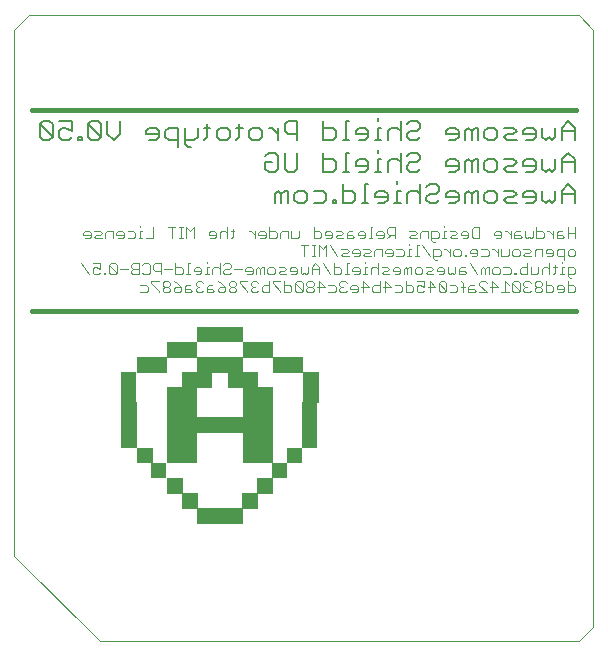
<source format=gbo>
G75*
%MOIN*%
%OFA0B0*%
%FSLAX25Y25*%
%IPPOS*%
%LPD*%
%AMOC8*
5,1,8,0,0,1.08239X$1,22.5*
%
%ADD10C,0.00004*%
%ADD11C,0.00600*%
%ADD12C,0.00300*%
%ADD13C,0.01600*%
%ADD14R,0.15090X0.00084*%
%ADD15R,0.15090X0.00083*%
%ADD16R,0.05080X0.00083*%
%ADD17R,0.05080X0.00084*%
%ADD18R,0.05000X0.00083*%
%ADD19R,0.05000X0.00084*%
%ADD20R,0.10000X0.00084*%
%ADD21R,0.10000X0.00083*%
%ADD22R,0.35170X0.00084*%
%ADD23R,0.35170X0.00083*%
%ADD24R,0.05090X0.00083*%
%ADD25R,0.05090X0.00084*%
%ADD26R,0.10090X0.00083*%
%ADD27R,0.10080X0.00083*%
%ADD28R,0.10090X0.00084*%
%ADD29R,0.10080X0.00084*%
%ADD30R,0.15170X0.00083*%
%ADD31R,0.15170X0.00084*%
%ADD32R,0.15080X0.00084*%
%ADD33R,0.15080X0.00083*%
D10*
X0008874Y0037220D02*
X0037220Y0008874D01*
X0197063Y0008874D01*
X0201787Y0013598D01*
X0201787Y0212811D01*
X0197063Y0217535D01*
X0013598Y0217535D01*
X0008874Y0212811D01*
X0008874Y0037220D01*
D11*
X0095703Y0154843D02*
X0095703Y0158046D01*
X0096771Y0159114D01*
X0097839Y0158046D01*
X0097839Y0154843D01*
X0099974Y0154843D02*
X0099974Y0159114D01*
X0098906Y0159114D01*
X0097839Y0158046D01*
X0102149Y0158046D02*
X0102149Y0155911D01*
X0103216Y0154843D01*
X0105352Y0154843D01*
X0106419Y0155911D01*
X0106419Y0158046D01*
X0105352Y0159114D01*
X0103216Y0159114D01*
X0102149Y0158046D01*
X0108594Y0159114D02*
X0111797Y0159114D01*
X0112865Y0158046D01*
X0112865Y0155911D01*
X0111797Y0154843D01*
X0108594Y0154843D01*
X0115020Y0154843D02*
X0116087Y0154843D01*
X0116087Y0155911D01*
X0115020Y0155911D01*
X0115020Y0154843D01*
X0118263Y0154843D02*
X0121465Y0154843D01*
X0122533Y0155911D01*
X0122533Y0158046D01*
X0121465Y0159114D01*
X0118263Y0159114D01*
X0118263Y0161249D02*
X0118263Y0154843D01*
X0124695Y0154843D02*
X0126830Y0154843D01*
X0125762Y0154843D02*
X0125762Y0161249D01*
X0126830Y0161249D01*
X0129005Y0158046D02*
X0130073Y0159114D01*
X0132208Y0159114D01*
X0133275Y0158046D01*
X0133275Y0155911D01*
X0132208Y0154843D01*
X0130073Y0154843D01*
X0129005Y0156978D02*
X0133275Y0156978D01*
X0135437Y0154843D02*
X0137572Y0154843D01*
X0136505Y0154843D02*
X0136505Y0159114D01*
X0137572Y0159114D01*
X0136505Y0161249D02*
X0136505Y0162316D01*
X0137572Y0165343D02*
X0137572Y0171749D01*
X0136505Y0169614D02*
X0134370Y0169614D01*
X0133302Y0168546D01*
X0133302Y0165343D01*
X0131127Y0165343D02*
X0128992Y0165343D01*
X0130059Y0165343D02*
X0130059Y0169614D01*
X0131127Y0169614D01*
X0130059Y0171749D02*
X0130059Y0172816D01*
X0130059Y0175843D02*
X0130059Y0180114D01*
X0131127Y0180114D01*
X0130059Y0182249D02*
X0130059Y0183316D01*
X0126830Y0179046D02*
X0125762Y0180114D01*
X0123627Y0180114D01*
X0122560Y0179046D01*
X0122560Y0177978D01*
X0126830Y0177978D01*
X0126830Y0176911D02*
X0126830Y0179046D01*
X0126830Y0176911D02*
X0125762Y0175843D01*
X0123627Y0175843D01*
X0120384Y0175843D02*
X0118249Y0175843D01*
X0119317Y0175843D02*
X0119317Y0182249D01*
X0120384Y0182249D01*
X0116087Y0179046D02*
X0116087Y0176911D01*
X0115020Y0175843D01*
X0111817Y0175843D01*
X0111817Y0182249D01*
X0111817Y0180114D02*
X0115020Y0180114D01*
X0116087Y0179046D01*
X0119317Y0171749D02*
X0119317Y0165343D01*
X0120384Y0165343D02*
X0118249Y0165343D01*
X0116087Y0166411D02*
X0116087Y0168546D01*
X0115020Y0169614D01*
X0111817Y0169614D01*
X0111817Y0171749D02*
X0111817Y0165343D01*
X0115020Y0165343D01*
X0116087Y0166411D01*
X0119317Y0171749D02*
X0120384Y0171749D01*
X0122560Y0168546D02*
X0122560Y0167478D01*
X0126830Y0167478D01*
X0126830Y0166411D02*
X0126830Y0168546D01*
X0125762Y0169614D01*
X0123627Y0169614D01*
X0122560Y0168546D01*
X0123627Y0165343D02*
X0125762Y0165343D01*
X0126830Y0166411D01*
X0129005Y0158046D02*
X0129005Y0156978D01*
X0139748Y0158046D02*
X0139748Y0154843D01*
X0139748Y0158046D02*
X0140815Y0159114D01*
X0142950Y0159114D01*
X0144018Y0158046D01*
X0146193Y0156978D02*
X0146193Y0155911D01*
X0147261Y0154843D01*
X0149396Y0154843D01*
X0150463Y0155911D01*
X0149396Y0158046D02*
X0147261Y0158046D01*
X0146193Y0156978D01*
X0144018Y0154843D02*
X0144018Y0161249D01*
X0146193Y0160181D02*
X0147261Y0161249D01*
X0149396Y0161249D01*
X0150463Y0160181D01*
X0150463Y0159114D01*
X0149396Y0158046D01*
X0152639Y0158046D02*
X0152639Y0156978D01*
X0156909Y0156978D01*
X0156909Y0155911D02*
X0156909Y0158046D01*
X0155841Y0159114D01*
X0153706Y0159114D01*
X0152639Y0158046D01*
X0153706Y0154843D02*
X0155841Y0154843D01*
X0156909Y0155911D01*
X0159084Y0154843D02*
X0159084Y0158046D01*
X0160152Y0159114D01*
X0161219Y0158046D01*
X0161219Y0154843D01*
X0163354Y0154843D02*
X0163354Y0159114D01*
X0162287Y0159114D01*
X0161219Y0158046D01*
X0165530Y0158046D02*
X0165530Y0155911D01*
X0166597Y0154843D01*
X0168732Y0154843D01*
X0169800Y0155911D01*
X0169800Y0158046D01*
X0168732Y0159114D01*
X0166597Y0159114D01*
X0165530Y0158046D01*
X0171975Y0159114D02*
X0175178Y0159114D01*
X0176245Y0158046D01*
X0175178Y0156978D01*
X0173043Y0156978D01*
X0171975Y0155911D01*
X0173043Y0154843D01*
X0176245Y0154843D01*
X0178421Y0156978D02*
X0182691Y0156978D01*
X0182691Y0155911D02*
X0182691Y0158046D01*
X0181623Y0159114D01*
X0179488Y0159114D01*
X0178421Y0158046D01*
X0178421Y0156978D01*
X0179488Y0154843D02*
X0181623Y0154843D01*
X0182691Y0155911D01*
X0184866Y0155911D02*
X0184866Y0159114D01*
X0184866Y0155911D02*
X0185934Y0154843D01*
X0187001Y0155911D01*
X0188069Y0154843D01*
X0189136Y0155911D01*
X0189136Y0159114D01*
X0191312Y0159114D02*
X0191312Y0154843D01*
X0191312Y0158046D02*
X0195582Y0158046D01*
X0195582Y0159114D02*
X0195582Y0154843D01*
X0195582Y0159114D02*
X0193447Y0161249D01*
X0191312Y0159114D01*
X0191312Y0165343D02*
X0191312Y0169614D01*
X0193447Y0171749D01*
X0195582Y0169614D01*
X0195582Y0165343D01*
X0195582Y0168546D02*
X0191312Y0168546D01*
X0189136Y0169614D02*
X0189136Y0166411D01*
X0188069Y0165343D01*
X0187001Y0166411D01*
X0185934Y0165343D01*
X0184866Y0166411D01*
X0184866Y0169614D01*
X0182691Y0168546D02*
X0182691Y0166411D01*
X0181623Y0165343D01*
X0179488Y0165343D01*
X0178421Y0167478D02*
X0178421Y0168546D01*
X0179488Y0169614D01*
X0181623Y0169614D01*
X0182691Y0168546D01*
X0182691Y0167478D02*
X0178421Y0167478D01*
X0176245Y0168546D02*
X0175178Y0169614D01*
X0171975Y0169614D01*
X0173043Y0167478D02*
X0171975Y0166411D01*
X0173043Y0165343D01*
X0176245Y0165343D01*
X0175178Y0167478D02*
X0176245Y0168546D01*
X0175178Y0167478D02*
X0173043Y0167478D01*
X0169800Y0166411D02*
X0168732Y0165343D01*
X0166597Y0165343D01*
X0165530Y0166411D01*
X0165530Y0168546D01*
X0166597Y0169614D01*
X0168732Y0169614D01*
X0169800Y0168546D01*
X0169800Y0166411D01*
X0163354Y0165343D02*
X0163354Y0169614D01*
X0162287Y0169614D01*
X0161219Y0168546D01*
X0160152Y0169614D01*
X0159084Y0168546D01*
X0159084Y0165343D01*
X0161219Y0165343D02*
X0161219Y0168546D01*
X0156909Y0168546D02*
X0156909Y0166411D01*
X0155841Y0165343D01*
X0153706Y0165343D01*
X0152639Y0167478D02*
X0156909Y0167478D01*
X0156909Y0168546D02*
X0155841Y0169614D01*
X0153706Y0169614D01*
X0152639Y0168546D01*
X0152639Y0167478D01*
X0153706Y0175843D02*
X0155841Y0175843D01*
X0156909Y0176911D01*
X0156909Y0179046D01*
X0155841Y0180114D01*
X0153706Y0180114D01*
X0152639Y0179046D01*
X0152639Y0177978D01*
X0156909Y0177978D01*
X0159084Y0179046D02*
X0159084Y0175843D01*
X0161219Y0175843D02*
X0161219Y0179046D01*
X0160152Y0180114D01*
X0159084Y0179046D01*
X0161219Y0179046D02*
X0162287Y0180114D01*
X0163354Y0180114D01*
X0163354Y0175843D01*
X0165530Y0176911D02*
X0165530Y0179046D01*
X0166597Y0180114D01*
X0168732Y0180114D01*
X0169800Y0179046D01*
X0169800Y0176911D01*
X0168732Y0175843D01*
X0166597Y0175843D01*
X0165530Y0176911D01*
X0171975Y0176911D02*
X0173043Y0177978D01*
X0175178Y0177978D01*
X0176245Y0179046D01*
X0175178Y0180114D01*
X0171975Y0180114D01*
X0171975Y0176911D02*
X0173043Y0175843D01*
X0176245Y0175843D01*
X0178421Y0177978D02*
X0182691Y0177978D01*
X0182691Y0176911D02*
X0182691Y0179046D01*
X0181623Y0180114D01*
X0179488Y0180114D01*
X0178421Y0179046D01*
X0178421Y0177978D01*
X0179488Y0175843D02*
X0181623Y0175843D01*
X0182691Y0176911D01*
X0184866Y0176911D02*
X0184866Y0180114D01*
X0184866Y0176911D02*
X0185934Y0175843D01*
X0187001Y0176911D01*
X0188069Y0175843D01*
X0189136Y0176911D01*
X0189136Y0180114D01*
X0191312Y0180114D02*
X0191312Y0175843D01*
X0191312Y0179046D02*
X0195582Y0179046D01*
X0195582Y0180114D02*
X0193447Y0182249D01*
X0191312Y0180114D01*
X0195582Y0180114D02*
X0195582Y0175843D01*
X0144018Y0176911D02*
X0142950Y0175843D01*
X0140815Y0175843D01*
X0139748Y0176911D01*
X0139748Y0177978D01*
X0140815Y0179046D01*
X0142950Y0179046D01*
X0144018Y0180114D01*
X0144018Y0181181D01*
X0142950Y0182249D01*
X0140815Y0182249D01*
X0139748Y0181181D01*
X0137572Y0182249D02*
X0137572Y0175843D01*
X0137572Y0179046D02*
X0136505Y0180114D01*
X0134370Y0180114D01*
X0133302Y0179046D01*
X0133302Y0175843D01*
X0131127Y0175843D02*
X0128992Y0175843D01*
X0136505Y0169614D02*
X0137572Y0168546D01*
X0139748Y0167478D02*
X0139748Y0166411D01*
X0140815Y0165343D01*
X0142950Y0165343D01*
X0144018Y0166411D01*
X0142950Y0168546D02*
X0140815Y0168546D01*
X0139748Y0167478D01*
X0142950Y0168546D02*
X0144018Y0169614D01*
X0144018Y0170681D01*
X0142950Y0171749D01*
X0140815Y0171749D01*
X0139748Y0170681D01*
X0103196Y0171749D02*
X0103196Y0166411D01*
X0102129Y0165343D01*
X0099994Y0165343D01*
X0098926Y0166411D01*
X0098926Y0171749D01*
X0096751Y0170681D02*
X0096751Y0166411D01*
X0095683Y0165343D01*
X0093548Y0165343D01*
X0092481Y0166411D01*
X0092481Y0168546D01*
X0094616Y0168546D01*
X0096751Y0170681D02*
X0095683Y0171749D01*
X0093548Y0171749D01*
X0092481Y0170681D01*
X0090312Y0175843D02*
X0088177Y0175843D01*
X0087109Y0176911D01*
X0087109Y0179046D01*
X0088177Y0180114D01*
X0090312Y0180114D01*
X0091380Y0179046D01*
X0091380Y0176911D01*
X0090312Y0175843D01*
X0093548Y0180114D02*
X0094616Y0180114D01*
X0096751Y0177978D01*
X0096751Y0175843D02*
X0096751Y0180114D01*
X0098926Y0181181D02*
X0098926Y0179046D01*
X0099994Y0177978D01*
X0103196Y0177978D01*
X0103196Y0175843D02*
X0103196Y0182249D01*
X0099994Y0182249D01*
X0098926Y0181181D01*
X0084934Y0180114D02*
X0082799Y0180114D01*
X0083867Y0181181D02*
X0083867Y0176911D01*
X0082799Y0175843D01*
X0080637Y0176911D02*
X0079570Y0175843D01*
X0077434Y0175843D01*
X0076367Y0176911D01*
X0076367Y0179046D01*
X0077434Y0180114D01*
X0079570Y0180114D01*
X0080637Y0179046D01*
X0080637Y0176911D01*
X0074192Y0180114D02*
X0072057Y0180114D01*
X0073124Y0181181D02*
X0073124Y0176911D01*
X0072057Y0175843D01*
X0069895Y0176911D02*
X0068827Y0175843D01*
X0065624Y0175843D01*
X0065624Y0174776D02*
X0066692Y0173708D01*
X0067760Y0173708D01*
X0065624Y0174776D02*
X0065624Y0180114D01*
X0063449Y0180114D02*
X0060246Y0180114D01*
X0059179Y0179046D01*
X0059179Y0176911D01*
X0060246Y0175843D01*
X0063449Y0175843D01*
X0063449Y0173708D02*
X0063449Y0180114D01*
X0069895Y0180114D02*
X0069895Y0176911D01*
X0057004Y0176911D02*
X0057004Y0179046D01*
X0055936Y0180114D01*
X0053801Y0180114D01*
X0052733Y0179046D01*
X0052733Y0177978D01*
X0057004Y0177978D01*
X0057004Y0176911D02*
X0055936Y0175843D01*
X0053801Y0175843D01*
X0044113Y0177978D02*
X0041978Y0175843D01*
X0039842Y0177978D01*
X0039842Y0182249D01*
X0037667Y0181181D02*
X0036600Y0182249D01*
X0034464Y0182249D01*
X0033397Y0181181D01*
X0037667Y0176911D01*
X0036600Y0175843D01*
X0034464Y0175843D01*
X0033397Y0176911D01*
X0033397Y0181181D01*
X0037667Y0181181D02*
X0037667Y0176911D01*
X0031222Y0176911D02*
X0031222Y0175843D01*
X0030154Y0175843D01*
X0030154Y0176911D01*
X0031222Y0176911D01*
X0027999Y0176911D02*
X0026931Y0175843D01*
X0024796Y0175843D01*
X0023729Y0176911D01*
X0023729Y0179046D01*
X0024796Y0180114D01*
X0025864Y0180114D01*
X0027999Y0179046D01*
X0027999Y0182249D01*
X0023729Y0182249D01*
X0021553Y0181181D02*
X0020486Y0182249D01*
X0018351Y0182249D01*
X0017283Y0181181D01*
X0021553Y0176911D01*
X0020486Y0175843D01*
X0018351Y0175843D01*
X0017283Y0176911D01*
X0017283Y0181181D01*
X0021553Y0181181D02*
X0021553Y0176911D01*
X0044113Y0177978D02*
X0044113Y0182249D01*
D12*
X0050858Y0147486D02*
X0050858Y0146869D01*
X0050858Y0145635D02*
X0050858Y0143166D01*
X0051475Y0143166D02*
X0050241Y0143166D01*
X0049020Y0143783D02*
X0048403Y0143166D01*
X0046551Y0143166D01*
X0045337Y0143783D02*
X0045337Y0145017D01*
X0044720Y0145635D01*
X0043485Y0145635D01*
X0042868Y0145017D01*
X0042868Y0144400D01*
X0045337Y0144400D01*
X0045337Y0143783D02*
X0044720Y0143166D01*
X0043485Y0143166D01*
X0041654Y0143166D02*
X0041654Y0145635D01*
X0039802Y0145635D01*
X0039185Y0145017D01*
X0039185Y0143166D01*
X0037971Y0143166D02*
X0036119Y0143166D01*
X0035502Y0143783D01*
X0036119Y0144400D01*
X0037353Y0144400D01*
X0037971Y0145017D01*
X0037353Y0145635D01*
X0035502Y0145635D01*
X0034287Y0145017D02*
X0033670Y0145635D01*
X0032436Y0145635D01*
X0031819Y0145017D01*
X0031819Y0144400D01*
X0034287Y0144400D01*
X0034287Y0143783D02*
X0034287Y0145017D01*
X0034287Y0143783D02*
X0033670Y0143166D01*
X0032436Y0143166D01*
X0031205Y0134869D02*
X0033674Y0131166D01*
X0034888Y0131783D02*
X0035505Y0131166D01*
X0036740Y0131166D01*
X0037357Y0131783D01*
X0038581Y0131783D02*
X0038581Y0131166D01*
X0039198Y0131166D01*
X0039198Y0131783D01*
X0038581Y0131783D01*
X0037357Y0133017D02*
X0036122Y0133635D01*
X0035505Y0133635D01*
X0034888Y0133017D01*
X0034888Y0131783D01*
X0037357Y0133017D02*
X0037357Y0134869D01*
X0034888Y0134869D01*
X0040413Y0134252D02*
X0040413Y0131783D01*
X0041030Y0131166D01*
X0042264Y0131166D01*
X0042881Y0131783D01*
X0040413Y0134252D01*
X0041030Y0134869D01*
X0042264Y0134869D01*
X0042881Y0134252D01*
X0042881Y0131783D01*
X0044096Y0133017D02*
X0046565Y0133017D01*
X0047779Y0132400D02*
X0047779Y0131783D01*
X0048396Y0131166D01*
X0050248Y0131166D01*
X0050248Y0134869D01*
X0048396Y0134869D01*
X0047779Y0134252D01*
X0047779Y0133635D01*
X0048396Y0133017D01*
X0050248Y0133017D01*
X0051462Y0131783D02*
X0052079Y0131166D01*
X0053314Y0131166D01*
X0053931Y0131783D01*
X0053931Y0134252D01*
X0053314Y0134869D01*
X0052079Y0134869D01*
X0051462Y0134252D01*
X0048396Y0133017D02*
X0047779Y0132400D01*
X0050848Y0127635D02*
X0052700Y0127635D01*
X0053317Y0127017D01*
X0053317Y0125783D01*
X0052700Y0125166D01*
X0050848Y0125166D01*
X0054531Y0128252D02*
X0057000Y0125783D01*
X0057000Y0125166D01*
X0058214Y0125783D02*
X0058832Y0125166D01*
X0060066Y0125166D01*
X0060683Y0125783D01*
X0060683Y0126400D01*
X0060066Y0127017D01*
X0058832Y0127017D01*
X0058214Y0126400D01*
X0058214Y0125783D01*
X0058832Y0127017D02*
X0058214Y0127635D01*
X0058214Y0128252D01*
X0058832Y0128869D01*
X0060066Y0128869D01*
X0060683Y0128252D01*
X0060683Y0127635D01*
X0060066Y0127017D01*
X0061898Y0126400D02*
X0062515Y0127017D01*
X0064366Y0127017D01*
X0064366Y0125783D01*
X0063749Y0125166D01*
X0062515Y0125166D01*
X0061898Y0125783D01*
X0061898Y0126400D01*
X0063132Y0128252D02*
X0064366Y0127017D01*
X0065581Y0127017D02*
X0065581Y0125166D01*
X0067432Y0125166D01*
X0068050Y0125783D01*
X0067432Y0126400D01*
X0065581Y0126400D01*
X0065581Y0127017D02*
X0066198Y0127635D01*
X0067432Y0127635D01*
X0069264Y0127635D02*
X0069881Y0127017D01*
X0069264Y0126400D01*
X0069264Y0125783D01*
X0069881Y0125166D01*
X0071116Y0125166D01*
X0071733Y0125783D01*
X0072947Y0126400D02*
X0074799Y0126400D01*
X0075416Y0125783D01*
X0074799Y0125166D01*
X0072947Y0125166D01*
X0072947Y0127017D01*
X0073564Y0127635D01*
X0074799Y0127635D01*
X0076630Y0128869D02*
X0077865Y0128252D01*
X0079099Y0127017D01*
X0077247Y0127017D01*
X0076630Y0126400D01*
X0076630Y0125783D01*
X0077247Y0125166D01*
X0078482Y0125166D01*
X0079099Y0125783D01*
X0079099Y0127017D01*
X0080313Y0126400D02*
X0080313Y0125783D01*
X0080931Y0125166D01*
X0082165Y0125166D01*
X0082782Y0125783D01*
X0082782Y0126400D01*
X0082165Y0127017D01*
X0080931Y0127017D01*
X0080313Y0126400D01*
X0080931Y0127017D02*
X0080313Y0127635D01*
X0080313Y0128252D01*
X0080931Y0128869D01*
X0082165Y0128869D01*
X0082782Y0128252D01*
X0082782Y0127635D01*
X0082165Y0127017D01*
X0083996Y0128252D02*
X0086465Y0125783D01*
X0086465Y0125166D01*
X0087680Y0125783D02*
X0088297Y0125166D01*
X0089531Y0125166D01*
X0090148Y0125783D01*
X0091363Y0125783D02*
X0091363Y0127017D01*
X0091980Y0127635D01*
X0093832Y0127635D01*
X0093832Y0128869D02*
X0093832Y0125166D01*
X0091980Y0125166D01*
X0091363Y0125783D01*
X0088914Y0127017D02*
X0088297Y0127017D01*
X0087680Y0126400D01*
X0087680Y0125783D01*
X0088297Y0127017D02*
X0087680Y0127635D01*
X0087680Y0128252D01*
X0088297Y0128869D01*
X0089531Y0128869D01*
X0090148Y0128252D01*
X0090756Y0131166D02*
X0090756Y0133017D01*
X0090138Y0133635D01*
X0089521Y0133017D01*
X0089521Y0131166D01*
X0088307Y0131783D02*
X0088307Y0133017D01*
X0087690Y0133635D01*
X0086455Y0133635D01*
X0085838Y0133017D01*
X0085838Y0132400D01*
X0088307Y0132400D01*
X0088307Y0131783D02*
X0087690Y0131166D01*
X0086455Y0131166D01*
X0086465Y0128869D02*
X0083996Y0128869D01*
X0083996Y0128252D01*
X0080941Y0131783D02*
X0080323Y0131166D01*
X0079089Y0131166D01*
X0078472Y0131783D01*
X0078472Y0132400D01*
X0079089Y0133017D01*
X0080323Y0133017D01*
X0080941Y0133635D01*
X0080941Y0134252D01*
X0080323Y0134869D01*
X0079089Y0134869D01*
X0078472Y0134252D01*
X0077257Y0134869D02*
X0077257Y0131166D01*
X0077257Y0133017D02*
X0076640Y0133635D01*
X0075406Y0133635D01*
X0074789Y0133017D01*
X0074789Y0131166D01*
X0073574Y0131166D02*
X0072340Y0131166D01*
X0072957Y0131166D02*
X0072957Y0133635D01*
X0073574Y0133635D01*
X0072957Y0134869D02*
X0072957Y0135486D01*
X0070502Y0133635D02*
X0071119Y0133017D01*
X0071119Y0131783D01*
X0070502Y0131166D01*
X0069267Y0131166D01*
X0068650Y0132400D02*
X0071119Y0132400D01*
X0070502Y0133635D02*
X0069267Y0133635D01*
X0068650Y0133017D01*
X0068650Y0132400D01*
X0067436Y0131166D02*
X0066201Y0131166D01*
X0066819Y0131166D02*
X0066819Y0134869D01*
X0067436Y0134869D01*
X0064980Y0133017D02*
X0064363Y0133635D01*
X0062512Y0133635D01*
X0062512Y0134869D02*
X0062512Y0131166D01*
X0064363Y0131166D01*
X0064980Y0131783D01*
X0064980Y0133017D01*
X0061297Y0133017D02*
X0058828Y0133017D01*
X0057614Y0132400D02*
X0055762Y0132400D01*
X0055145Y0133017D01*
X0055145Y0134252D01*
X0055762Y0134869D01*
X0057614Y0134869D01*
X0057614Y0131166D01*
X0057000Y0128869D02*
X0054531Y0128869D01*
X0054531Y0128252D01*
X0061898Y0128869D02*
X0063132Y0128252D01*
X0069264Y0128252D02*
X0069264Y0127635D01*
X0069264Y0128252D02*
X0069881Y0128869D01*
X0071116Y0128869D01*
X0071733Y0128252D01*
X0070498Y0127017D02*
X0069881Y0127017D01*
X0082155Y0133017D02*
X0084624Y0133017D01*
X0090756Y0133017D02*
X0091373Y0133635D01*
X0091990Y0133635D01*
X0091990Y0131166D01*
X0093204Y0131783D02*
X0093204Y0133017D01*
X0093822Y0133635D01*
X0095056Y0133635D01*
X0095673Y0133017D01*
X0095673Y0131783D01*
X0095056Y0131166D01*
X0093822Y0131166D01*
X0093204Y0131783D01*
X0096888Y0131783D02*
X0097505Y0132400D01*
X0098739Y0132400D01*
X0099356Y0133017D01*
X0098739Y0133635D01*
X0096888Y0133635D01*
X0096888Y0131783D02*
X0097505Y0131166D01*
X0099356Y0131166D01*
X0100571Y0132400D02*
X0103039Y0132400D01*
X0103039Y0131783D02*
X0103039Y0133017D01*
X0102422Y0133635D01*
X0101188Y0133635D01*
X0100571Y0133017D01*
X0100571Y0132400D01*
X0101188Y0131166D02*
X0102422Y0131166D01*
X0103039Y0131783D01*
X0104254Y0131783D02*
X0104871Y0131166D01*
X0105488Y0131783D01*
X0106105Y0131166D01*
X0106723Y0131783D01*
X0106723Y0133635D01*
X0107937Y0133635D02*
X0107937Y0131166D01*
X0107937Y0133017D02*
X0110406Y0133017D01*
X0110406Y0133635D02*
X0109171Y0134869D01*
X0107937Y0133635D01*
X0110406Y0133635D02*
X0110406Y0131166D01*
X0110396Y0128869D02*
X0112247Y0127017D01*
X0109779Y0127017D01*
X0108564Y0126400D02*
X0107947Y0127017D01*
X0106713Y0127017D01*
X0106095Y0126400D01*
X0106095Y0125783D01*
X0106713Y0125166D01*
X0107947Y0125166D01*
X0108564Y0125783D01*
X0108564Y0126400D01*
X0107947Y0127017D02*
X0108564Y0127635D01*
X0108564Y0128252D01*
X0107947Y0128869D01*
X0106713Y0128869D01*
X0106095Y0128252D01*
X0106095Y0127635D01*
X0106713Y0127017D01*
X0104881Y0125783D02*
X0102412Y0128252D01*
X0102412Y0125783D01*
X0103029Y0125166D01*
X0104264Y0125166D01*
X0104881Y0125783D01*
X0104881Y0128252D01*
X0104264Y0128869D01*
X0103029Y0128869D01*
X0102412Y0128252D01*
X0101198Y0127017D02*
X0100581Y0127635D01*
X0098729Y0127635D01*
X0098729Y0128869D02*
X0098729Y0125166D01*
X0100581Y0125166D01*
X0101198Y0125783D01*
X0101198Y0127017D01*
X0097515Y0125783D02*
X0097515Y0125166D01*
X0097515Y0125783D02*
X0095046Y0128252D01*
X0095046Y0128869D01*
X0097515Y0128869D01*
X0104254Y0131783D02*
X0104254Y0133635D01*
X0105488Y0137166D02*
X0105488Y0140869D01*
X0104254Y0140869D02*
X0106723Y0140869D01*
X0107944Y0140869D02*
X0109178Y0140869D01*
X0108561Y0140869D02*
X0108561Y0137166D01*
X0109178Y0137166D02*
X0107944Y0137166D01*
X0110392Y0137166D02*
X0110392Y0140869D01*
X0111627Y0139635D01*
X0112861Y0140869D01*
X0112861Y0137166D01*
X0111620Y0134869D02*
X0114089Y0131166D01*
X0115303Y0131166D02*
X0117155Y0131166D01*
X0117772Y0131783D01*
X0117772Y0133017D01*
X0117155Y0133635D01*
X0115303Y0133635D01*
X0115303Y0134869D02*
X0115303Y0131166D01*
X0117762Y0128869D02*
X0117145Y0128252D01*
X0117145Y0127635D01*
X0117762Y0127017D01*
X0117145Y0126400D01*
X0117145Y0125783D01*
X0117762Y0125166D01*
X0118996Y0125166D01*
X0119614Y0125783D01*
X0120828Y0126400D02*
X0120828Y0127017D01*
X0121445Y0127635D01*
X0122680Y0127635D01*
X0123297Y0127017D01*
X0123297Y0125783D01*
X0122680Y0125166D01*
X0121445Y0125166D01*
X0120828Y0126400D02*
X0123297Y0126400D01*
X0124511Y0127017D02*
X0126980Y0127017D01*
X0125128Y0128869D01*
X0125128Y0125166D01*
X0128194Y0125783D02*
X0128194Y0127017D01*
X0128811Y0127635D01*
X0130663Y0127635D01*
X0130663Y0128869D02*
X0130663Y0125166D01*
X0128811Y0125166D01*
X0128194Y0125783D01*
X0131877Y0127017D02*
X0134346Y0127017D01*
X0132495Y0128869D01*
X0132495Y0125166D01*
X0135561Y0125166D02*
X0137412Y0125166D01*
X0138029Y0125783D01*
X0138029Y0127017D01*
X0137412Y0127635D01*
X0135561Y0127635D01*
X0135564Y0131166D02*
X0136798Y0131166D01*
X0137415Y0131783D01*
X0137415Y0133017D01*
X0136798Y0133635D01*
X0135564Y0133635D01*
X0134947Y0133017D01*
X0134947Y0132400D01*
X0137415Y0132400D01*
X0138630Y0133017D02*
X0138630Y0131166D01*
X0139864Y0131166D02*
X0139864Y0133017D01*
X0139247Y0133635D01*
X0138630Y0133017D01*
X0139864Y0133017D02*
X0140481Y0133635D01*
X0141099Y0133635D01*
X0141099Y0131166D01*
X0142313Y0131783D02*
X0142313Y0133017D01*
X0142930Y0133635D01*
X0144165Y0133635D01*
X0144782Y0133017D01*
X0144782Y0131783D01*
X0144165Y0131166D01*
X0142930Y0131166D01*
X0142313Y0131783D01*
X0142927Y0128869D02*
X0145396Y0128869D01*
X0145396Y0127017D01*
X0144161Y0127635D01*
X0143544Y0127635D01*
X0142927Y0127017D01*
X0142927Y0125783D01*
X0143544Y0125166D01*
X0144778Y0125166D01*
X0145396Y0125783D01*
X0146610Y0127017D02*
X0149079Y0127017D01*
X0147227Y0128869D01*
X0147227Y0125166D01*
X0150293Y0125783D02*
X0150910Y0125166D01*
X0152145Y0125166D01*
X0152762Y0125783D01*
X0150293Y0128252D01*
X0150293Y0125783D01*
X0150293Y0128252D02*
X0150910Y0128869D01*
X0152145Y0128869D01*
X0152762Y0128252D01*
X0152762Y0125783D01*
X0153976Y0125166D02*
X0155828Y0125166D01*
X0156445Y0125783D01*
X0156445Y0127017D01*
X0155828Y0127635D01*
X0153976Y0127635D01*
X0153980Y0131166D02*
X0153362Y0131783D01*
X0153362Y0133635D01*
X0152148Y0133017D02*
X0151531Y0133635D01*
X0150296Y0133635D01*
X0149679Y0133017D01*
X0149679Y0132400D01*
X0152148Y0132400D01*
X0152148Y0131783D02*
X0152148Y0133017D01*
X0152148Y0131783D02*
X0151531Y0131166D01*
X0150296Y0131166D01*
X0148465Y0131166D02*
X0146613Y0131166D01*
X0145996Y0131783D01*
X0146613Y0132400D01*
X0147848Y0132400D01*
X0148465Y0133017D01*
X0147848Y0133635D01*
X0145996Y0133635D01*
X0147237Y0137166D02*
X0144768Y0140869D01*
X0143554Y0140869D02*
X0142937Y0140869D01*
X0142937Y0137166D01*
X0143554Y0137166D02*
X0142320Y0137166D01*
X0141099Y0137166D02*
X0139864Y0137166D01*
X0140481Y0137166D02*
X0140481Y0139635D01*
X0141099Y0139635D01*
X0140481Y0140869D02*
X0140481Y0141486D01*
X0141089Y0143166D02*
X0140471Y0143783D01*
X0141089Y0144400D01*
X0142323Y0144400D01*
X0142940Y0145017D01*
X0142323Y0145635D01*
X0140471Y0145635D01*
X0141089Y0143166D02*
X0142940Y0143166D01*
X0144155Y0143166D02*
X0144155Y0145017D01*
X0144772Y0145635D01*
X0146623Y0145635D01*
X0146623Y0143166D01*
X0147838Y0143166D02*
X0149689Y0143166D01*
X0150306Y0143783D01*
X0150306Y0145017D01*
X0149689Y0145635D01*
X0147838Y0145635D01*
X0147838Y0142549D01*
X0148455Y0141931D01*
X0149072Y0141931D01*
X0148452Y0139635D02*
X0150303Y0139635D01*
X0150920Y0139017D01*
X0150920Y0137783D01*
X0150303Y0137166D01*
X0148452Y0137166D01*
X0148452Y0136549D02*
X0148452Y0139635D01*
X0148452Y0136549D02*
X0149069Y0135931D01*
X0149686Y0135931D01*
X0152138Y0139635D02*
X0152755Y0139635D01*
X0153990Y0138400D01*
X0153990Y0137166D02*
X0153990Y0139635D01*
X0155204Y0139017D02*
X0155821Y0139635D01*
X0157056Y0139635D01*
X0157673Y0139017D01*
X0157673Y0137783D01*
X0157056Y0137166D01*
X0155821Y0137166D01*
X0155204Y0137783D01*
X0155204Y0139017D01*
X0158897Y0137783D02*
X0158897Y0137166D01*
X0159514Y0137166D01*
X0159514Y0137783D01*
X0158897Y0137783D01*
X0160729Y0138400D02*
X0163197Y0138400D01*
X0163197Y0137783D02*
X0163197Y0139017D01*
X0162580Y0139635D01*
X0161346Y0139635D01*
X0160729Y0139017D01*
X0160729Y0138400D01*
X0161346Y0137166D02*
X0162580Y0137166D01*
X0163197Y0137783D01*
X0164412Y0137166D02*
X0166263Y0137166D01*
X0166881Y0137783D01*
X0166881Y0139017D01*
X0166263Y0139635D01*
X0164412Y0139635D01*
X0168098Y0139635D02*
X0168715Y0139635D01*
X0169950Y0138400D01*
X0169950Y0137166D02*
X0169950Y0139635D01*
X0171164Y0139635D02*
X0171164Y0137166D01*
X0173016Y0137166D01*
X0173633Y0137783D01*
X0173633Y0139635D01*
X0174847Y0139017D02*
X0175465Y0139635D01*
X0176699Y0139635D01*
X0177316Y0139017D01*
X0177316Y0137783D01*
X0176699Y0137166D01*
X0175465Y0137166D01*
X0174847Y0137783D01*
X0174847Y0139017D01*
X0178531Y0139635D02*
X0180382Y0139635D01*
X0180999Y0139017D01*
X0180382Y0138400D01*
X0179148Y0138400D01*
X0178531Y0137783D01*
X0179148Y0137166D01*
X0180999Y0137166D01*
X0182214Y0137166D02*
X0182214Y0139017D01*
X0182831Y0139635D01*
X0184682Y0139635D01*
X0184682Y0137166D01*
X0185897Y0138400D02*
X0188366Y0138400D01*
X0188366Y0137783D02*
X0188366Y0139017D01*
X0187748Y0139635D01*
X0186514Y0139635D01*
X0185897Y0139017D01*
X0185897Y0138400D01*
X0186514Y0137166D02*
X0187748Y0137166D01*
X0188366Y0137783D01*
X0189580Y0137783D02*
X0190197Y0137166D01*
X0192049Y0137166D01*
X0192049Y0135931D02*
X0192049Y0139635D01*
X0190197Y0139635D01*
X0189580Y0139017D01*
X0189580Y0137783D01*
X0191432Y0135486D02*
X0191432Y0134869D01*
X0191432Y0133635D02*
X0191432Y0131166D01*
X0192049Y0131166D02*
X0190814Y0131166D01*
X0188976Y0131783D02*
X0188359Y0131166D01*
X0188976Y0131783D02*
X0188976Y0134252D01*
X0189593Y0133635D02*
X0188359Y0133635D01*
X0187138Y0133017D02*
X0186521Y0133635D01*
X0185286Y0133635D01*
X0184669Y0133017D01*
X0184669Y0131166D01*
X0183455Y0131783D02*
X0182838Y0131166D01*
X0180986Y0131166D01*
X0180986Y0133635D01*
X0179772Y0133635D02*
X0177920Y0133635D01*
X0177303Y0133017D01*
X0177303Y0131783D01*
X0177920Y0131166D01*
X0179772Y0131166D01*
X0179772Y0134869D01*
X0183455Y0133635D02*
X0183455Y0131783D01*
X0187138Y0131166D02*
X0187138Y0134869D01*
X0191432Y0133635D02*
X0192049Y0133635D01*
X0193263Y0133635D02*
X0195115Y0133635D01*
X0195732Y0133017D01*
X0195732Y0131783D01*
X0195115Y0131166D01*
X0193263Y0131166D01*
X0193263Y0130549D02*
X0193263Y0133635D01*
X0193880Y0137166D02*
X0193263Y0137783D01*
X0193263Y0139017D01*
X0193880Y0139635D01*
X0195115Y0139635D01*
X0195732Y0139017D01*
X0195732Y0137783D01*
X0195115Y0137166D01*
X0193880Y0137166D01*
X0193263Y0143166D02*
X0193263Y0146869D01*
X0193263Y0145017D02*
X0195732Y0145017D01*
X0195732Y0143166D02*
X0195732Y0146869D01*
X0192049Y0143783D02*
X0191432Y0144400D01*
X0189580Y0144400D01*
X0189580Y0145017D02*
X0189580Y0143166D01*
X0191432Y0143166D01*
X0192049Y0143783D01*
X0191432Y0145635D02*
X0190197Y0145635D01*
X0189580Y0145017D01*
X0188366Y0144400D02*
X0187131Y0145635D01*
X0186514Y0145635D01*
X0185296Y0145017D02*
X0185296Y0143783D01*
X0184679Y0143166D01*
X0182828Y0143166D01*
X0182828Y0146869D01*
X0182828Y0145635D02*
X0184679Y0145635D01*
X0185296Y0145017D01*
X0181613Y0145635D02*
X0181613Y0143783D01*
X0180996Y0143166D01*
X0180379Y0143783D01*
X0179762Y0143166D01*
X0179144Y0143783D01*
X0179144Y0145635D01*
X0177313Y0145635D02*
X0176078Y0145635D01*
X0175461Y0145017D01*
X0175461Y0143166D01*
X0177313Y0143166D01*
X0177930Y0143783D01*
X0177313Y0144400D01*
X0175461Y0144400D01*
X0174247Y0144400D02*
X0173012Y0145635D01*
X0172395Y0145635D01*
X0171178Y0145017D02*
X0170560Y0145635D01*
X0169326Y0145635D01*
X0168709Y0145017D01*
X0168709Y0144400D01*
X0171178Y0144400D01*
X0171178Y0143783D02*
X0171178Y0145017D01*
X0171178Y0143783D02*
X0170560Y0143166D01*
X0169326Y0143166D01*
X0174247Y0143166D02*
X0174247Y0145635D01*
X0163811Y0146869D02*
X0163811Y0143166D01*
X0161960Y0143166D01*
X0161343Y0143783D01*
X0161343Y0146252D01*
X0161960Y0146869D01*
X0163811Y0146869D01*
X0160128Y0145017D02*
X0160128Y0143783D01*
X0159511Y0143166D01*
X0158277Y0143166D01*
X0157659Y0144400D02*
X0157659Y0145017D01*
X0158277Y0145635D01*
X0159511Y0145635D01*
X0160128Y0145017D01*
X0160128Y0144400D02*
X0157659Y0144400D01*
X0156445Y0145017D02*
X0155828Y0145635D01*
X0153976Y0145635D01*
X0152762Y0145635D02*
X0152145Y0145635D01*
X0152145Y0143166D01*
X0152762Y0143166D02*
X0151527Y0143166D01*
X0152145Y0146869D02*
X0152145Y0147486D01*
X0154593Y0144400D02*
X0155828Y0144400D01*
X0156445Y0145017D01*
X0156445Y0143166D02*
X0154593Y0143166D01*
X0153976Y0143783D01*
X0154593Y0144400D01*
X0155831Y0133635D02*
X0155831Y0131783D01*
X0155214Y0131166D01*
X0154597Y0131783D01*
X0153980Y0131166D01*
X0157046Y0131166D02*
X0157046Y0133017D01*
X0157663Y0133635D01*
X0158897Y0133635D01*
X0158897Y0132400D02*
X0157046Y0132400D01*
X0157046Y0131166D02*
X0158897Y0131166D01*
X0159514Y0131783D01*
X0158897Y0132400D01*
X0160729Y0134869D02*
X0163197Y0131166D01*
X0164412Y0131166D02*
X0164412Y0133017D01*
X0165029Y0133635D01*
X0165646Y0133017D01*
X0165646Y0131166D01*
X0166881Y0131166D02*
X0166881Y0133635D01*
X0166263Y0133635D01*
X0165646Y0133017D01*
X0168095Y0133017D02*
X0168712Y0133635D01*
X0169947Y0133635D01*
X0170564Y0133017D01*
X0170564Y0131783D01*
X0169947Y0131166D01*
X0168712Y0131166D01*
X0168095Y0131783D01*
X0168095Y0133017D01*
X0171778Y0133635D02*
X0173630Y0133635D01*
X0174247Y0133017D01*
X0174247Y0131783D01*
X0173630Y0131166D01*
X0171778Y0131166D01*
X0172399Y0128869D02*
X0172399Y0125166D01*
X0173633Y0125166D02*
X0171164Y0125166D01*
X0169950Y0127017D02*
X0167481Y0127017D01*
X0166267Y0128252D02*
X0165650Y0128869D01*
X0164415Y0128869D01*
X0163798Y0128252D01*
X0163798Y0127635D01*
X0166267Y0125166D01*
X0163798Y0125166D01*
X0162584Y0125783D02*
X0161966Y0126400D01*
X0160115Y0126400D01*
X0160115Y0127017D02*
X0160115Y0125166D01*
X0161966Y0125166D01*
X0162584Y0125783D01*
X0161966Y0127635D02*
X0160732Y0127635D01*
X0160115Y0127017D01*
X0158900Y0127017D02*
X0157666Y0127017D01*
X0158283Y0128252D02*
X0157666Y0128869D01*
X0158283Y0128252D02*
X0158283Y0125166D01*
X0168098Y0125166D02*
X0168098Y0128869D01*
X0169950Y0127017D01*
X0172399Y0128869D02*
X0173633Y0127635D01*
X0174847Y0128252D02*
X0177316Y0125783D01*
X0176699Y0125166D01*
X0175465Y0125166D01*
X0174847Y0125783D01*
X0174847Y0128252D01*
X0175465Y0128869D01*
X0176699Y0128869D01*
X0177316Y0128252D01*
X0177316Y0125783D01*
X0178531Y0125783D02*
X0179148Y0125166D01*
X0180382Y0125166D01*
X0180999Y0125783D01*
X0182214Y0125783D02*
X0182831Y0125166D01*
X0184065Y0125166D01*
X0184682Y0125783D01*
X0184682Y0126400D01*
X0184065Y0127017D01*
X0182831Y0127017D01*
X0182214Y0126400D01*
X0182214Y0125783D01*
X0182831Y0127017D02*
X0182214Y0127635D01*
X0182214Y0128252D01*
X0182831Y0128869D01*
X0184065Y0128869D01*
X0184682Y0128252D01*
X0184682Y0127635D01*
X0184065Y0127017D01*
X0185897Y0127635D02*
X0187748Y0127635D01*
X0188366Y0127017D01*
X0188366Y0125783D01*
X0187748Y0125166D01*
X0185897Y0125166D01*
X0185897Y0128869D01*
X0189580Y0127017D02*
X0189580Y0126400D01*
X0192049Y0126400D01*
X0192049Y0125783D02*
X0192049Y0127017D01*
X0191432Y0127635D01*
X0190197Y0127635D01*
X0189580Y0127017D01*
X0190197Y0125166D02*
X0191432Y0125166D01*
X0192049Y0125783D01*
X0193263Y0125166D02*
X0195115Y0125166D01*
X0195732Y0125783D01*
X0195732Y0127017D01*
X0195115Y0127635D01*
X0193263Y0127635D01*
X0193263Y0128869D02*
X0193263Y0125166D01*
X0193880Y0129931D02*
X0193263Y0130549D01*
X0193880Y0129931D02*
X0194498Y0129931D01*
X0188366Y0143166D02*
X0188366Y0145635D01*
X0176088Y0131783D02*
X0175471Y0131783D01*
X0175471Y0131166D01*
X0176088Y0131166D01*
X0176088Y0131783D01*
X0179148Y0128869D02*
X0178531Y0128252D01*
X0178531Y0127635D01*
X0179148Y0127017D01*
X0178531Y0126400D01*
X0178531Y0125783D01*
X0179148Y0127017D02*
X0179765Y0127017D01*
X0180999Y0128252D02*
X0180382Y0128869D01*
X0179148Y0128869D01*
X0141712Y0127017D02*
X0141712Y0125783D01*
X0141095Y0125166D01*
X0139244Y0125166D01*
X0139244Y0128869D01*
X0139244Y0127635D02*
X0141095Y0127635D01*
X0141712Y0127017D01*
X0133732Y0131166D02*
X0131881Y0131166D01*
X0131264Y0131783D01*
X0131881Y0132400D01*
X0133115Y0132400D01*
X0133732Y0133017D01*
X0133115Y0133635D01*
X0131264Y0133635D01*
X0130049Y0133017D02*
X0129432Y0133635D01*
X0128198Y0133635D01*
X0127580Y0133017D01*
X0127580Y0131166D01*
X0126366Y0131166D02*
X0125132Y0131166D01*
X0125749Y0131166D02*
X0125749Y0133635D01*
X0126366Y0133635D01*
X0125749Y0134869D02*
X0125749Y0135486D01*
X0125742Y0137166D02*
X0125125Y0137783D01*
X0125742Y0138400D01*
X0126977Y0138400D01*
X0127594Y0139017D01*
X0126977Y0139635D01*
X0125125Y0139635D01*
X0123911Y0139017D02*
X0123911Y0137783D01*
X0123293Y0137166D01*
X0122059Y0137166D01*
X0121442Y0138400D02*
X0123911Y0138400D01*
X0123911Y0139017D02*
X0123293Y0139635D01*
X0122059Y0139635D01*
X0121442Y0139017D01*
X0121442Y0138400D01*
X0120227Y0139017D02*
X0119610Y0139635D01*
X0117759Y0139635D01*
X0118376Y0138400D02*
X0117759Y0137783D01*
X0118376Y0137166D01*
X0120227Y0137166D01*
X0119610Y0138400D02*
X0120227Y0139017D01*
X0119610Y0138400D02*
X0118376Y0138400D01*
X0116544Y0137166D02*
X0114076Y0140869D01*
X0114086Y0143166D02*
X0112851Y0143166D01*
X0114086Y0143166D02*
X0114703Y0143783D01*
X0114703Y0145017D01*
X0114086Y0145635D01*
X0112851Y0145635D01*
X0112234Y0145017D01*
X0112234Y0144400D01*
X0114703Y0144400D01*
X0115917Y0143783D02*
X0116534Y0144400D01*
X0117769Y0144400D01*
X0118386Y0145017D01*
X0117769Y0145635D01*
X0115917Y0145635D01*
X0115917Y0143783D02*
X0116534Y0143166D01*
X0118386Y0143166D01*
X0119600Y0143166D02*
X0121452Y0143166D01*
X0122069Y0143783D01*
X0121452Y0144400D01*
X0119600Y0144400D01*
X0119600Y0145017D02*
X0119600Y0143166D01*
X0119600Y0145017D02*
X0120217Y0145635D01*
X0121452Y0145635D01*
X0123283Y0145017D02*
X0123283Y0144400D01*
X0125752Y0144400D01*
X0125752Y0143783D02*
X0125752Y0145017D01*
X0125135Y0145635D01*
X0123901Y0145635D01*
X0123283Y0145017D01*
X0123901Y0143166D02*
X0125135Y0143166D01*
X0125752Y0143783D01*
X0126973Y0143166D02*
X0128208Y0143166D01*
X0127590Y0143166D02*
X0127590Y0146869D01*
X0128208Y0146869D01*
X0130039Y0145635D02*
X0129422Y0145017D01*
X0129422Y0144400D01*
X0131891Y0144400D01*
X0131891Y0143783D02*
X0131891Y0145017D01*
X0131274Y0145635D01*
X0130039Y0145635D01*
X0130039Y0143166D02*
X0131274Y0143166D01*
X0131891Y0143783D01*
X0133105Y0143166D02*
X0134339Y0144400D01*
X0133722Y0144400D02*
X0135574Y0144400D01*
X0135574Y0143166D02*
X0135574Y0146869D01*
X0133722Y0146869D01*
X0133105Y0146252D01*
X0133105Y0145017D01*
X0133722Y0144400D01*
X0133108Y0139635D02*
X0132491Y0139017D01*
X0132491Y0138400D01*
X0134960Y0138400D01*
X0134960Y0137783D02*
X0134960Y0139017D01*
X0134343Y0139635D01*
X0133108Y0139635D01*
X0131277Y0139635D02*
X0131277Y0137166D01*
X0133108Y0137166D02*
X0134343Y0137166D01*
X0134960Y0137783D01*
X0136174Y0137166D02*
X0138026Y0137166D01*
X0138643Y0137783D01*
X0138643Y0139017D01*
X0138026Y0139635D01*
X0136174Y0139635D01*
X0131277Y0139635D02*
X0129425Y0139635D01*
X0128808Y0139017D01*
X0128808Y0137166D01*
X0127594Y0137166D02*
X0125742Y0137166D01*
X0123293Y0133635D02*
X0122059Y0133635D01*
X0121442Y0133017D01*
X0121442Y0132400D01*
X0123911Y0132400D01*
X0123911Y0131783D02*
X0123911Y0133017D01*
X0123293Y0133635D01*
X0123911Y0131783D02*
X0123293Y0131166D01*
X0122059Y0131166D01*
X0120227Y0131166D02*
X0118993Y0131166D01*
X0119610Y0131166D02*
X0119610Y0134869D01*
X0120227Y0134869D01*
X0118996Y0128869D02*
X0117762Y0128869D01*
X0118996Y0128869D02*
X0119614Y0128252D01*
X0118379Y0127017D02*
X0117762Y0127017D01*
X0115930Y0127017D02*
X0115930Y0125783D01*
X0115313Y0125166D01*
X0113462Y0125166D01*
X0113462Y0127635D02*
X0115313Y0127635D01*
X0115930Y0127017D01*
X0110396Y0125166D02*
X0110396Y0128869D01*
X0110402Y0143166D02*
X0108551Y0143166D01*
X0108551Y0146869D01*
X0108551Y0145635D02*
X0110402Y0145635D01*
X0111020Y0145017D01*
X0111020Y0143783D01*
X0110402Y0143166D01*
X0103653Y0143783D02*
X0103036Y0143166D01*
X0101185Y0143166D01*
X0101185Y0145635D01*
X0099970Y0145635D02*
X0099970Y0143166D01*
X0099970Y0145635D02*
X0098119Y0145635D01*
X0097501Y0145017D01*
X0097501Y0143166D01*
X0096287Y0143783D02*
X0096287Y0145017D01*
X0095670Y0145635D01*
X0093818Y0145635D01*
X0093818Y0146869D02*
X0093818Y0143166D01*
X0095670Y0143166D01*
X0096287Y0143783D01*
X0092604Y0143783D02*
X0092604Y0145017D01*
X0091987Y0145635D01*
X0090752Y0145635D01*
X0090135Y0145017D01*
X0090135Y0144400D01*
X0092604Y0144400D01*
X0092604Y0143783D02*
X0091987Y0143166D01*
X0090752Y0143166D01*
X0088921Y0143166D02*
X0088921Y0145635D01*
X0088921Y0144400D02*
X0087686Y0145635D01*
X0087069Y0145635D01*
X0082168Y0145635D02*
X0080934Y0145635D01*
X0081551Y0146252D02*
X0081551Y0143783D01*
X0080934Y0143166D01*
X0079713Y0143166D02*
X0079713Y0146869D01*
X0079096Y0145635D02*
X0077861Y0145635D01*
X0077244Y0145017D01*
X0077244Y0143166D01*
X0076030Y0143783D02*
X0076030Y0145017D01*
X0075413Y0145635D01*
X0074178Y0145635D01*
X0073561Y0145017D01*
X0073561Y0144400D01*
X0076030Y0144400D01*
X0076030Y0143783D02*
X0075413Y0143166D01*
X0074178Y0143166D01*
X0079096Y0145635D02*
X0079713Y0145017D01*
X0068663Y0143166D02*
X0068663Y0146869D01*
X0067429Y0145635D01*
X0066195Y0146869D01*
X0066195Y0143166D01*
X0064980Y0143166D02*
X0063746Y0143166D01*
X0064363Y0143166D02*
X0064363Y0146869D01*
X0064980Y0146869D02*
X0063746Y0146869D01*
X0062525Y0146869D02*
X0060056Y0146869D01*
X0061290Y0146869D02*
X0061290Y0143166D01*
X0055159Y0143166D02*
X0052690Y0143166D01*
X0055159Y0143166D02*
X0055159Y0146869D01*
X0051475Y0145635D02*
X0050858Y0145635D01*
X0049020Y0145017D02*
X0049020Y0143783D01*
X0049020Y0145017D02*
X0048403Y0145635D01*
X0046551Y0145635D01*
X0103653Y0145635D02*
X0103653Y0143783D01*
X0130049Y0134869D02*
X0130049Y0131166D01*
D13*
X0195882Y0119110D02*
X0014780Y0119110D01*
X0014780Y0186039D02*
X0195882Y0186039D01*
D14*
X0077330Y0053062D03*
X0077330Y0052812D03*
X0077330Y0052562D03*
X0077330Y0052312D03*
X0077330Y0052062D03*
X0077330Y0051812D03*
X0077330Y0051562D03*
X0077330Y0051312D03*
X0077330Y0051062D03*
X0077330Y0050812D03*
X0077330Y0050562D03*
X0077330Y0050312D03*
X0077330Y0050062D03*
X0077330Y0049812D03*
X0077330Y0049562D03*
X0077330Y0049312D03*
X0077330Y0049062D03*
X0077330Y0048812D03*
X0077330Y0048562D03*
X0077330Y0048312D03*
X0077330Y0048062D03*
D15*
X0077330Y0048146D03*
X0077330Y0048229D03*
X0077330Y0048396D03*
X0077330Y0048479D03*
X0077330Y0048646D03*
X0077330Y0048729D03*
X0077330Y0048896D03*
X0077330Y0048979D03*
X0077330Y0049146D03*
X0077330Y0049229D03*
X0077330Y0049396D03*
X0077330Y0049479D03*
X0077330Y0049646D03*
X0077330Y0049729D03*
X0077330Y0049896D03*
X0077330Y0049979D03*
X0077330Y0050146D03*
X0077330Y0050229D03*
X0077330Y0050396D03*
X0077330Y0050479D03*
X0077330Y0050646D03*
X0077330Y0050729D03*
X0077330Y0050896D03*
X0077330Y0050979D03*
X0077330Y0051146D03*
X0077330Y0051229D03*
X0077330Y0051396D03*
X0077330Y0051479D03*
X0077330Y0051646D03*
X0077330Y0051729D03*
X0077330Y0051896D03*
X0077330Y0051979D03*
X0077330Y0052146D03*
X0077330Y0052229D03*
X0077330Y0052396D03*
X0077330Y0052479D03*
X0077330Y0052646D03*
X0077330Y0052729D03*
X0077330Y0052896D03*
X0077330Y0052979D03*
D16*
X0087415Y0053146D03*
X0087415Y0053229D03*
X0087415Y0053396D03*
X0087415Y0053479D03*
X0087415Y0053646D03*
X0087415Y0053729D03*
X0087415Y0053896D03*
X0087415Y0053979D03*
X0087415Y0054146D03*
X0087415Y0054229D03*
X0087415Y0054396D03*
X0087415Y0054479D03*
X0087415Y0054646D03*
X0087415Y0054729D03*
X0087415Y0054896D03*
X0087415Y0054979D03*
X0087415Y0055146D03*
X0087415Y0055229D03*
X0087415Y0055396D03*
X0087415Y0055479D03*
X0087415Y0055646D03*
X0087415Y0055729D03*
X0087415Y0055896D03*
X0087415Y0055979D03*
X0087415Y0056146D03*
X0087415Y0056229D03*
X0087415Y0056396D03*
X0087415Y0056479D03*
X0087415Y0056646D03*
X0087415Y0056729D03*
X0087415Y0056896D03*
X0087415Y0056979D03*
X0087415Y0057146D03*
X0087415Y0057229D03*
X0087415Y0057396D03*
X0087415Y0057479D03*
X0087415Y0057646D03*
X0087415Y0057729D03*
X0087415Y0057896D03*
X0087415Y0057979D03*
X0092415Y0058146D03*
X0092415Y0058229D03*
X0092415Y0058396D03*
X0092415Y0058479D03*
X0092415Y0058646D03*
X0092415Y0058729D03*
X0092415Y0058896D03*
X0092415Y0058979D03*
X0092415Y0059146D03*
X0092415Y0059229D03*
X0092415Y0059396D03*
X0092415Y0059479D03*
X0092415Y0059646D03*
X0092415Y0059729D03*
X0092415Y0059896D03*
X0092415Y0059979D03*
X0092415Y0060146D03*
X0092415Y0060229D03*
X0092415Y0060396D03*
X0092415Y0060479D03*
X0092415Y0060646D03*
X0092415Y0060729D03*
X0092415Y0060896D03*
X0092415Y0060979D03*
X0092415Y0061146D03*
X0092415Y0061229D03*
X0092415Y0061396D03*
X0092415Y0061479D03*
X0092415Y0061646D03*
X0092415Y0061729D03*
X0092415Y0061896D03*
X0092415Y0061979D03*
X0092415Y0062146D03*
X0092415Y0062229D03*
X0092415Y0062396D03*
X0092415Y0062479D03*
X0092415Y0062646D03*
X0092415Y0062729D03*
X0092415Y0062896D03*
X0092415Y0062979D03*
X0092415Y0063146D03*
X0067245Y0057979D03*
X0067245Y0057896D03*
X0067245Y0057729D03*
X0067245Y0057646D03*
X0067245Y0057479D03*
X0067245Y0057396D03*
X0067245Y0057229D03*
X0067245Y0057146D03*
X0067245Y0056979D03*
X0067245Y0056896D03*
X0067245Y0056729D03*
X0067245Y0056646D03*
X0067245Y0056479D03*
X0067245Y0056396D03*
X0067245Y0056229D03*
X0067245Y0056146D03*
X0067245Y0055979D03*
X0067245Y0055896D03*
X0067245Y0055729D03*
X0067245Y0055646D03*
X0067245Y0055479D03*
X0067245Y0055396D03*
X0067245Y0055229D03*
X0067245Y0055146D03*
X0067245Y0054979D03*
X0067245Y0054896D03*
X0067245Y0054729D03*
X0067245Y0054646D03*
X0067245Y0054479D03*
X0067245Y0054396D03*
X0067245Y0054229D03*
X0067245Y0054146D03*
X0067245Y0053979D03*
X0067245Y0053896D03*
X0067245Y0053729D03*
X0067245Y0053646D03*
X0067245Y0053479D03*
X0067245Y0053396D03*
X0067245Y0053229D03*
X0067245Y0053146D03*
X0062245Y0058146D03*
X0062245Y0058229D03*
X0062245Y0058396D03*
X0062245Y0058479D03*
X0062245Y0058646D03*
X0062245Y0058729D03*
X0062245Y0058896D03*
X0062245Y0058979D03*
X0062245Y0059146D03*
X0062245Y0059229D03*
X0062245Y0059396D03*
X0062245Y0059479D03*
X0062245Y0059646D03*
X0062245Y0059729D03*
X0062245Y0059896D03*
X0062245Y0059979D03*
X0062245Y0060146D03*
X0062245Y0060229D03*
X0062245Y0060396D03*
X0062245Y0060479D03*
X0062245Y0060646D03*
X0062245Y0060729D03*
X0062245Y0060896D03*
X0062245Y0060979D03*
X0062245Y0061146D03*
X0062245Y0061229D03*
X0062245Y0061396D03*
X0062245Y0061479D03*
X0062245Y0061646D03*
X0062245Y0061729D03*
X0062245Y0061896D03*
X0062245Y0061979D03*
X0062245Y0062146D03*
X0062245Y0062229D03*
X0062245Y0062396D03*
X0062245Y0062479D03*
X0062245Y0062646D03*
X0062245Y0062729D03*
X0062245Y0062896D03*
X0062245Y0062979D03*
X0062245Y0063146D03*
X0052245Y0068229D03*
X0052245Y0068396D03*
X0052245Y0068479D03*
X0052245Y0068646D03*
X0052245Y0068729D03*
X0052245Y0068896D03*
X0052245Y0068979D03*
X0052245Y0069146D03*
X0052245Y0069229D03*
X0052245Y0069396D03*
X0052245Y0069479D03*
X0052245Y0069646D03*
X0052245Y0069729D03*
X0052245Y0069896D03*
X0052245Y0069979D03*
X0052245Y0070146D03*
X0052245Y0070229D03*
X0052245Y0070396D03*
X0052245Y0070479D03*
X0052245Y0070646D03*
X0052245Y0070729D03*
X0052245Y0070896D03*
X0052245Y0070979D03*
X0052245Y0071146D03*
X0052245Y0071229D03*
X0052245Y0071396D03*
X0052245Y0071479D03*
X0052245Y0071646D03*
X0052245Y0071729D03*
X0052245Y0071896D03*
X0052245Y0071979D03*
X0052245Y0072146D03*
X0052245Y0072229D03*
X0052245Y0072396D03*
X0052245Y0072479D03*
X0052245Y0072646D03*
X0052245Y0072729D03*
X0052245Y0072896D03*
X0052245Y0072979D03*
X0052245Y0073146D03*
X0047165Y0073229D03*
X0047165Y0073396D03*
X0047165Y0073479D03*
X0047165Y0073646D03*
X0047165Y0073729D03*
X0047165Y0073896D03*
X0047165Y0073979D03*
X0047165Y0074146D03*
X0047165Y0074229D03*
X0047165Y0074396D03*
X0047165Y0074479D03*
X0047165Y0074646D03*
X0047165Y0074729D03*
X0047165Y0074896D03*
X0047165Y0074979D03*
X0047165Y0075146D03*
X0047165Y0075229D03*
X0047165Y0075396D03*
X0047165Y0075479D03*
X0047165Y0075646D03*
X0047165Y0075729D03*
X0047165Y0075896D03*
X0047165Y0075979D03*
X0047165Y0076146D03*
X0047165Y0076229D03*
X0047165Y0076396D03*
X0047165Y0076479D03*
X0047165Y0076646D03*
X0047165Y0076729D03*
X0047165Y0076896D03*
X0047165Y0076979D03*
X0047165Y0077146D03*
X0047165Y0077229D03*
X0047165Y0077396D03*
X0047165Y0077479D03*
X0047165Y0077646D03*
X0047165Y0077729D03*
X0047165Y0077896D03*
X0047165Y0077979D03*
X0047165Y0078146D03*
X0047165Y0078229D03*
X0047165Y0078396D03*
X0047165Y0078479D03*
X0047165Y0078646D03*
X0047165Y0078729D03*
X0047165Y0078896D03*
X0047165Y0078979D03*
X0047165Y0079146D03*
X0047165Y0079229D03*
X0047165Y0079396D03*
X0047165Y0079479D03*
X0047165Y0079646D03*
X0047165Y0079729D03*
X0047165Y0079896D03*
X0047165Y0079979D03*
X0047165Y0080146D03*
X0047165Y0080229D03*
X0047165Y0080396D03*
X0047165Y0080479D03*
X0047165Y0080646D03*
X0047165Y0080729D03*
X0047165Y0080896D03*
X0047165Y0080979D03*
X0047165Y0081146D03*
X0047165Y0081229D03*
X0047165Y0081396D03*
X0047165Y0081479D03*
X0047165Y0081646D03*
X0047165Y0081729D03*
X0047165Y0081896D03*
X0047165Y0081979D03*
X0047165Y0082146D03*
X0047165Y0082229D03*
X0047165Y0082396D03*
X0047165Y0082479D03*
X0047165Y0082646D03*
X0047165Y0082729D03*
X0047165Y0082896D03*
X0047165Y0082979D03*
X0047165Y0083146D03*
X0047165Y0083229D03*
X0047165Y0083396D03*
X0047165Y0083479D03*
X0047165Y0083646D03*
X0047165Y0083729D03*
X0047165Y0083896D03*
X0047165Y0083979D03*
X0047165Y0084146D03*
X0047165Y0084229D03*
X0047165Y0084396D03*
X0047165Y0084479D03*
X0047165Y0084646D03*
X0047165Y0084729D03*
X0047165Y0084896D03*
X0047165Y0084979D03*
X0047165Y0085146D03*
X0047165Y0085229D03*
X0047165Y0085396D03*
X0047165Y0085479D03*
X0047165Y0085646D03*
X0047165Y0085729D03*
X0047165Y0085896D03*
X0047165Y0085979D03*
X0047165Y0086146D03*
X0047165Y0086229D03*
X0047165Y0086396D03*
X0047165Y0086479D03*
X0047165Y0086646D03*
X0047165Y0086729D03*
X0047165Y0086896D03*
X0047165Y0086979D03*
X0047165Y0087146D03*
X0047165Y0087229D03*
X0047165Y0087396D03*
X0047165Y0087479D03*
X0047165Y0087646D03*
X0047165Y0087729D03*
X0047165Y0087896D03*
X0047165Y0087979D03*
X0047165Y0088146D03*
X0047165Y0088229D03*
D17*
X0047165Y0088312D03*
X0047165Y0088062D03*
X0047165Y0087812D03*
X0047165Y0087562D03*
X0047165Y0087312D03*
X0047165Y0087062D03*
X0047165Y0086812D03*
X0047165Y0086562D03*
X0047165Y0086312D03*
X0047165Y0086062D03*
X0047165Y0085812D03*
X0047165Y0085562D03*
X0047165Y0085312D03*
X0047165Y0085062D03*
X0047165Y0084812D03*
X0047165Y0084562D03*
X0047165Y0084312D03*
X0047165Y0084062D03*
X0047165Y0083812D03*
X0047165Y0083562D03*
X0047165Y0083312D03*
X0047165Y0083062D03*
X0047165Y0082812D03*
X0047165Y0082562D03*
X0047165Y0082312D03*
X0047165Y0082062D03*
X0047165Y0081812D03*
X0047165Y0081562D03*
X0047165Y0081312D03*
X0047165Y0081062D03*
X0047165Y0080812D03*
X0047165Y0080562D03*
X0047165Y0080312D03*
X0047165Y0080062D03*
X0047165Y0079812D03*
X0047165Y0079562D03*
X0047165Y0079312D03*
X0047165Y0079062D03*
X0047165Y0078812D03*
X0047165Y0078562D03*
X0047165Y0078312D03*
X0047165Y0078062D03*
X0047165Y0077812D03*
X0047165Y0077562D03*
X0047165Y0077312D03*
X0047165Y0077062D03*
X0047165Y0076812D03*
X0047165Y0076562D03*
X0047165Y0076312D03*
X0047165Y0076062D03*
X0047165Y0075812D03*
X0047165Y0075562D03*
X0047165Y0075312D03*
X0047165Y0075062D03*
X0047165Y0074812D03*
X0047165Y0074562D03*
X0047165Y0074312D03*
X0047165Y0074062D03*
X0047165Y0073812D03*
X0047165Y0073562D03*
X0047165Y0073312D03*
X0052245Y0073062D03*
X0052245Y0072812D03*
X0052245Y0072562D03*
X0052245Y0072312D03*
X0052245Y0072062D03*
X0052245Y0071812D03*
X0052245Y0071562D03*
X0052245Y0071312D03*
X0052245Y0071062D03*
X0052245Y0070812D03*
X0052245Y0070562D03*
X0052245Y0070312D03*
X0052245Y0070062D03*
X0052245Y0069812D03*
X0052245Y0069562D03*
X0052245Y0069312D03*
X0052245Y0069062D03*
X0052245Y0068812D03*
X0052245Y0068562D03*
X0052245Y0068312D03*
X0062245Y0063062D03*
X0062245Y0062812D03*
X0062245Y0062562D03*
X0062245Y0062312D03*
X0062245Y0062062D03*
X0062245Y0061812D03*
X0062245Y0061562D03*
X0062245Y0061312D03*
X0062245Y0061062D03*
X0062245Y0060812D03*
X0062245Y0060562D03*
X0062245Y0060312D03*
X0062245Y0060062D03*
X0062245Y0059812D03*
X0062245Y0059562D03*
X0062245Y0059312D03*
X0062245Y0059062D03*
X0062245Y0058812D03*
X0062245Y0058562D03*
X0062245Y0058312D03*
X0067245Y0058062D03*
X0067245Y0057812D03*
X0067245Y0057562D03*
X0067245Y0057312D03*
X0067245Y0057062D03*
X0067245Y0056812D03*
X0067245Y0056562D03*
X0067245Y0056312D03*
X0067245Y0056062D03*
X0067245Y0055812D03*
X0067245Y0055562D03*
X0067245Y0055312D03*
X0067245Y0055062D03*
X0067245Y0054812D03*
X0067245Y0054562D03*
X0067245Y0054312D03*
X0067245Y0054062D03*
X0067245Y0053812D03*
X0067245Y0053562D03*
X0067245Y0053312D03*
X0087415Y0053312D03*
X0087415Y0053562D03*
X0087415Y0053812D03*
X0087415Y0054062D03*
X0087415Y0054312D03*
X0087415Y0054562D03*
X0087415Y0054812D03*
X0087415Y0055062D03*
X0087415Y0055312D03*
X0087415Y0055562D03*
X0087415Y0055812D03*
X0087415Y0056062D03*
X0087415Y0056312D03*
X0087415Y0056562D03*
X0087415Y0056812D03*
X0087415Y0057062D03*
X0087415Y0057312D03*
X0087415Y0057562D03*
X0087415Y0057812D03*
X0087415Y0058062D03*
X0092415Y0058312D03*
X0092415Y0058562D03*
X0092415Y0058812D03*
X0092415Y0059062D03*
X0092415Y0059312D03*
X0092415Y0059562D03*
X0092415Y0059812D03*
X0092415Y0060062D03*
X0092415Y0060312D03*
X0092415Y0060562D03*
X0092415Y0060812D03*
X0092415Y0061062D03*
X0092415Y0061312D03*
X0092415Y0061562D03*
X0092415Y0061812D03*
X0092415Y0062062D03*
X0092415Y0062312D03*
X0092415Y0062562D03*
X0092415Y0062812D03*
X0092415Y0063062D03*
D18*
X0097455Y0063229D03*
X0097455Y0063396D03*
X0097455Y0063479D03*
X0097455Y0063646D03*
X0097455Y0063729D03*
X0097455Y0063896D03*
X0097455Y0063979D03*
X0097455Y0064146D03*
X0097455Y0064229D03*
X0097455Y0064396D03*
X0097455Y0064479D03*
X0097455Y0064646D03*
X0097455Y0064729D03*
X0097455Y0064896D03*
X0097455Y0064979D03*
X0097455Y0065146D03*
X0097455Y0065229D03*
X0097455Y0065396D03*
X0097455Y0065479D03*
X0097455Y0065646D03*
X0097455Y0065729D03*
X0097455Y0065896D03*
X0097455Y0065979D03*
X0097455Y0066146D03*
X0097455Y0066229D03*
X0097455Y0066396D03*
X0097455Y0066479D03*
X0097455Y0066646D03*
X0097455Y0066729D03*
X0097455Y0066896D03*
X0097455Y0066979D03*
X0097455Y0067146D03*
X0097455Y0067229D03*
X0097455Y0067396D03*
X0097455Y0067479D03*
X0097455Y0067646D03*
X0097455Y0067729D03*
X0097455Y0067896D03*
X0097455Y0067979D03*
X0097455Y0068146D03*
X0102535Y0068229D03*
X0102535Y0068396D03*
X0102535Y0068479D03*
X0102535Y0068646D03*
X0102535Y0068729D03*
X0102535Y0068896D03*
X0102535Y0068979D03*
X0102535Y0069146D03*
X0102535Y0069229D03*
X0102535Y0069396D03*
X0102535Y0069479D03*
X0102535Y0069646D03*
X0102535Y0069729D03*
X0102535Y0069896D03*
X0102535Y0069979D03*
X0102535Y0070146D03*
X0102535Y0070229D03*
X0102535Y0070396D03*
X0102535Y0070479D03*
X0102535Y0070646D03*
X0102535Y0070729D03*
X0102535Y0070896D03*
X0102535Y0070979D03*
X0102535Y0071146D03*
X0102535Y0071229D03*
X0102535Y0071396D03*
X0102535Y0071479D03*
X0102535Y0071646D03*
X0102535Y0071729D03*
X0102535Y0071896D03*
X0102535Y0071979D03*
X0102535Y0072146D03*
X0102535Y0072229D03*
X0102535Y0072396D03*
X0102535Y0072479D03*
X0102535Y0072646D03*
X0102535Y0072729D03*
X0102535Y0072896D03*
X0102535Y0072979D03*
X0102535Y0073146D03*
X0107535Y0073229D03*
X0107535Y0073396D03*
X0107535Y0073479D03*
X0107535Y0073646D03*
X0107535Y0073729D03*
X0107535Y0073896D03*
X0107535Y0073979D03*
X0107535Y0074146D03*
X0107535Y0074229D03*
X0107535Y0074396D03*
X0107535Y0074479D03*
X0107535Y0074646D03*
X0107535Y0074729D03*
X0107535Y0074896D03*
X0107535Y0074979D03*
X0107535Y0075146D03*
X0107535Y0075229D03*
X0107535Y0075396D03*
X0107535Y0075479D03*
X0107535Y0075646D03*
X0107535Y0075729D03*
X0107535Y0075896D03*
X0107535Y0075979D03*
X0107535Y0076146D03*
X0107535Y0076229D03*
X0107535Y0076396D03*
X0107535Y0076479D03*
X0107535Y0076646D03*
X0107535Y0076729D03*
X0107535Y0076896D03*
X0107535Y0076979D03*
X0107535Y0077146D03*
X0107535Y0077229D03*
X0107535Y0077396D03*
X0107535Y0077479D03*
X0107535Y0077646D03*
X0107535Y0077729D03*
X0107535Y0077896D03*
X0107535Y0077979D03*
X0107535Y0078146D03*
X0107535Y0078229D03*
X0107535Y0078396D03*
X0107535Y0078479D03*
X0107535Y0078646D03*
X0107535Y0078729D03*
X0107535Y0078896D03*
X0107535Y0078979D03*
X0107535Y0079146D03*
X0107535Y0079229D03*
X0107535Y0079396D03*
X0107535Y0079479D03*
X0107535Y0079646D03*
X0107535Y0079729D03*
X0107535Y0079896D03*
X0107535Y0079979D03*
X0107535Y0080146D03*
X0107535Y0080229D03*
X0107535Y0080396D03*
X0107535Y0080479D03*
X0107535Y0080646D03*
X0107535Y0080729D03*
X0107535Y0080896D03*
X0107535Y0080979D03*
X0107535Y0081146D03*
X0107535Y0081229D03*
X0107535Y0081396D03*
X0107535Y0081479D03*
X0107535Y0081646D03*
X0107535Y0081729D03*
X0107535Y0081896D03*
X0107535Y0081979D03*
X0107535Y0082146D03*
X0107535Y0082229D03*
X0107535Y0082396D03*
X0107535Y0082479D03*
X0107535Y0082646D03*
X0107535Y0082729D03*
X0107535Y0082896D03*
X0107535Y0082979D03*
X0107535Y0083146D03*
X0107535Y0083229D03*
X0107535Y0083396D03*
X0107535Y0083479D03*
X0107535Y0083646D03*
X0107535Y0083729D03*
X0107535Y0083896D03*
X0107535Y0083979D03*
X0107535Y0084146D03*
X0107535Y0084229D03*
X0107535Y0084396D03*
X0107535Y0084479D03*
X0107535Y0084646D03*
X0107535Y0084729D03*
X0107535Y0084896D03*
X0107535Y0084979D03*
X0107535Y0085146D03*
X0107535Y0085229D03*
X0107535Y0085396D03*
X0107535Y0085479D03*
X0107535Y0085646D03*
X0107535Y0085729D03*
X0107535Y0085896D03*
X0107535Y0085979D03*
X0107535Y0086146D03*
X0107535Y0086229D03*
X0107535Y0086396D03*
X0107535Y0086479D03*
X0107535Y0086646D03*
X0107535Y0086729D03*
X0107535Y0086896D03*
X0107535Y0086979D03*
X0107535Y0087146D03*
X0107535Y0087229D03*
X0107535Y0087396D03*
X0107535Y0087479D03*
X0107535Y0087646D03*
X0107535Y0087729D03*
X0107535Y0087896D03*
X0107535Y0087979D03*
X0107535Y0088146D03*
X0107535Y0088229D03*
X0057205Y0068146D03*
X0057205Y0067979D03*
X0057205Y0067896D03*
X0057205Y0067729D03*
X0057205Y0067646D03*
X0057205Y0067479D03*
X0057205Y0067396D03*
X0057205Y0067229D03*
X0057205Y0067146D03*
X0057205Y0066979D03*
X0057205Y0066896D03*
X0057205Y0066729D03*
X0057205Y0066646D03*
X0057205Y0066479D03*
X0057205Y0066396D03*
X0057205Y0066229D03*
X0057205Y0066146D03*
X0057205Y0065979D03*
X0057205Y0065896D03*
X0057205Y0065729D03*
X0057205Y0065646D03*
X0057205Y0065479D03*
X0057205Y0065396D03*
X0057205Y0065229D03*
X0057205Y0065146D03*
X0057205Y0064979D03*
X0057205Y0064896D03*
X0057205Y0064729D03*
X0057205Y0064646D03*
X0057205Y0064479D03*
X0057205Y0064396D03*
X0057205Y0064229D03*
X0057205Y0064146D03*
X0057205Y0063979D03*
X0057205Y0063896D03*
X0057205Y0063729D03*
X0057205Y0063646D03*
X0057205Y0063479D03*
X0057205Y0063396D03*
X0057205Y0063229D03*
X0047205Y0088396D03*
X0047205Y0088479D03*
X0047205Y0088646D03*
X0047205Y0088729D03*
X0047205Y0088896D03*
X0047205Y0088979D03*
X0047205Y0089146D03*
X0047205Y0089229D03*
X0047205Y0089396D03*
X0047205Y0089479D03*
X0047205Y0089646D03*
X0047205Y0089729D03*
X0047205Y0089896D03*
X0047205Y0089979D03*
X0047205Y0090146D03*
X0047205Y0090229D03*
X0047205Y0090396D03*
X0047205Y0090479D03*
X0047205Y0090646D03*
X0047205Y0090729D03*
X0047205Y0090896D03*
X0047205Y0090979D03*
X0047205Y0091146D03*
X0047205Y0091229D03*
X0047205Y0091396D03*
X0047205Y0091479D03*
X0047205Y0091646D03*
X0047205Y0091729D03*
X0047205Y0091896D03*
X0047205Y0091979D03*
X0047205Y0092146D03*
X0047205Y0092229D03*
X0047205Y0092396D03*
X0047205Y0092479D03*
X0047205Y0092646D03*
X0047205Y0092729D03*
X0047205Y0092896D03*
X0047205Y0092979D03*
X0047205Y0093146D03*
X0047205Y0093229D03*
X0047205Y0093396D03*
X0047205Y0093479D03*
X0047205Y0093646D03*
X0047205Y0093729D03*
X0047205Y0093896D03*
X0047205Y0093979D03*
X0047205Y0094146D03*
X0047205Y0094229D03*
X0047205Y0094396D03*
X0047205Y0094479D03*
X0047205Y0094646D03*
X0047205Y0094729D03*
X0047205Y0094896D03*
X0047205Y0094979D03*
X0047205Y0095146D03*
X0047205Y0095229D03*
X0047205Y0095396D03*
X0047205Y0095479D03*
X0047205Y0095646D03*
X0047205Y0095729D03*
X0047205Y0095896D03*
X0047205Y0095979D03*
X0047205Y0096146D03*
X0047205Y0096229D03*
X0047205Y0096396D03*
X0047205Y0096479D03*
X0047205Y0096646D03*
X0047205Y0096729D03*
X0047205Y0096896D03*
X0047205Y0096979D03*
X0047205Y0097146D03*
X0047205Y0097229D03*
X0047205Y0097396D03*
X0047205Y0097479D03*
X0047205Y0097646D03*
X0047205Y0097729D03*
X0047205Y0097896D03*
X0047205Y0097979D03*
X0047205Y0098146D03*
X0047205Y0098229D03*
X0047205Y0098396D03*
D19*
X0047205Y0098312D03*
X0047205Y0098062D03*
X0047205Y0097812D03*
X0047205Y0097562D03*
X0047205Y0097312D03*
X0047205Y0097062D03*
X0047205Y0096812D03*
X0047205Y0096562D03*
X0047205Y0096312D03*
X0047205Y0096062D03*
X0047205Y0095812D03*
X0047205Y0095562D03*
X0047205Y0095312D03*
X0047205Y0095062D03*
X0047205Y0094812D03*
X0047205Y0094562D03*
X0047205Y0094312D03*
X0047205Y0094062D03*
X0047205Y0093812D03*
X0047205Y0093562D03*
X0047205Y0093312D03*
X0047205Y0093062D03*
X0047205Y0092812D03*
X0047205Y0092562D03*
X0047205Y0092312D03*
X0047205Y0092062D03*
X0047205Y0091812D03*
X0047205Y0091562D03*
X0047205Y0091312D03*
X0047205Y0091062D03*
X0047205Y0090812D03*
X0047205Y0090562D03*
X0047205Y0090312D03*
X0047205Y0090062D03*
X0047205Y0089812D03*
X0047205Y0089562D03*
X0047205Y0089312D03*
X0047205Y0089062D03*
X0047205Y0088812D03*
X0047205Y0088562D03*
X0057205Y0068062D03*
X0057205Y0067812D03*
X0057205Y0067562D03*
X0057205Y0067312D03*
X0057205Y0067062D03*
X0057205Y0066812D03*
X0057205Y0066562D03*
X0057205Y0066312D03*
X0057205Y0066062D03*
X0057205Y0065812D03*
X0057205Y0065562D03*
X0057205Y0065312D03*
X0057205Y0065062D03*
X0057205Y0064812D03*
X0057205Y0064562D03*
X0057205Y0064312D03*
X0057205Y0064062D03*
X0057205Y0063812D03*
X0057205Y0063562D03*
X0057205Y0063312D03*
X0097455Y0063312D03*
X0097455Y0063562D03*
X0097455Y0063812D03*
X0097455Y0064062D03*
X0097455Y0064312D03*
X0097455Y0064562D03*
X0097455Y0064812D03*
X0097455Y0065062D03*
X0097455Y0065312D03*
X0097455Y0065562D03*
X0097455Y0065812D03*
X0097455Y0066062D03*
X0097455Y0066312D03*
X0097455Y0066562D03*
X0097455Y0066812D03*
X0097455Y0067062D03*
X0097455Y0067312D03*
X0097455Y0067562D03*
X0097455Y0067812D03*
X0097455Y0068062D03*
X0102535Y0068312D03*
X0102535Y0068562D03*
X0102535Y0068812D03*
X0102535Y0069062D03*
X0102535Y0069312D03*
X0102535Y0069562D03*
X0102535Y0069812D03*
X0102535Y0070062D03*
X0102535Y0070312D03*
X0102535Y0070562D03*
X0102535Y0070812D03*
X0102535Y0071062D03*
X0102535Y0071312D03*
X0102535Y0071562D03*
X0102535Y0071812D03*
X0102535Y0072062D03*
X0102535Y0072312D03*
X0102535Y0072562D03*
X0102535Y0072812D03*
X0102535Y0073062D03*
X0107535Y0073312D03*
X0107535Y0073562D03*
X0107535Y0073812D03*
X0107535Y0074062D03*
X0107535Y0074312D03*
X0107535Y0074562D03*
X0107535Y0074812D03*
X0107535Y0075062D03*
X0107535Y0075312D03*
X0107535Y0075562D03*
X0107535Y0075812D03*
X0107535Y0076062D03*
X0107535Y0076312D03*
X0107535Y0076562D03*
X0107535Y0076812D03*
X0107535Y0077062D03*
X0107535Y0077312D03*
X0107535Y0077562D03*
X0107535Y0077812D03*
X0107535Y0078062D03*
X0107535Y0078312D03*
X0107535Y0078562D03*
X0107535Y0078812D03*
X0107535Y0079062D03*
X0107535Y0079312D03*
X0107535Y0079562D03*
X0107535Y0079812D03*
X0107535Y0080062D03*
X0107535Y0080312D03*
X0107535Y0080562D03*
X0107535Y0080812D03*
X0107535Y0081062D03*
X0107535Y0081312D03*
X0107535Y0081562D03*
X0107535Y0081812D03*
X0107535Y0082062D03*
X0107535Y0082312D03*
X0107535Y0082562D03*
X0107535Y0082812D03*
X0107535Y0083062D03*
X0107535Y0083312D03*
X0107535Y0083562D03*
X0107535Y0083812D03*
X0107535Y0084062D03*
X0107535Y0084312D03*
X0107535Y0084562D03*
X0107535Y0084812D03*
X0107535Y0085062D03*
X0107535Y0085312D03*
X0107535Y0085562D03*
X0107535Y0085812D03*
X0107535Y0086062D03*
X0107535Y0086312D03*
X0107535Y0086562D03*
X0107535Y0086812D03*
X0107535Y0087062D03*
X0107535Y0087312D03*
X0107535Y0087562D03*
X0107535Y0087812D03*
X0107535Y0088062D03*
X0107535Y0088312D03*
D20*
X0100035Y0098562D03*
X0100035Y0098812D03*
X0100035Y0099062D03*
X0100035Y0099312D03*
X0100035Y0099562D03*
X0100035Y0099812D03*
X0100035Y0100062D03*
X0100035Y0100312D03*
X0100035Y0100562D03*
X0100035Y0100812D03*
X0100035Y0101062D03*
X0100035Y0101312D03*
X0100035Y0101562D03*
X0100035Y0101812D03*
X0100035Y0102062D03*
X0100035Y0102312D03*
X0100035Y0102562D03*
X0100035Y0102812D03*
X0100035Y0103062D03*
X0100035Y0103312D03*
X0089955Y0093312D03*
X0089955Y0093062D03*
X0089955Y0092812D03*
X0089955Y0092562D03*
X0089955Y0092312D03*
X0089955Y0092062D03*
X0089955Y0091812D03*
X0089955Y0091562D03*
X0089955Y0091312D03*
X0089955Y0091062D03*
X0089955Y0090812D03*
X0089955Y0090562D03*
X0089955Y0090312D03*
X0089955Y0090062D03*
X0089955Y0089812D03*
X0089955Y0089562D03*
X0089955Y0089312D03*
X0089955Y0089062D03*
X0089955Y0088812D03*
X0089955Y0088562D03*
X0089955Y0088312D03*
X0089955Y0088062D03*
X0089955Y0087812D03*
X0089955Y0087562D03*
X0089955Y0087312D03*
X0089955Y0087062D03*
X0089955Y0086812D03*
X0089955Y0086562D03*
X0089955Y0086312D03*
X0089955Y0086062D03*
X0089955Y0085812D03*
X0089955Y0085562D03*
X0089955Y0085312D03*
X0089955Y0085062D03*
X0089955Y0084812D03*
X0089955Y0084562D03*
X0089955Y0084312D03*
X0089955Y0084062D03*
X0089955Y0083812D03*
X0089955Y0083562D03*
X0089955Y0078062D03*
X0089955Y0077812D03*
X0089955Y0077562D03*
X0089955Y0077312D03*
X0089955Y0077062D03*
X0089955Y0076812D03*
X0089955Y0076562D03*
X0089955Y0076312D03*
X0089955Y0076062D03*
X0089955Y0075812D03*
X0089955Y0075562D03*
X0089955Y0075312D03*
X0089955Y0075062D03*
X0089955Y0074812D03*
X0089955Y0074562D03*
X0089955Y0074312D03*
X0089955Y0074062D03*
X0089955Y0073812D03*
X0089955Y0073562D03*
X0089955Y0073312D03*
X0089955Y0073062D03*
X0089955Y0072812D03*
X0089955Y0072562D03*
X0089955Y0072312D03*
X0089955Y0072062D03*
X0089955Y0071812D03*
X0089955Y0071562D03*
X0089955Y0071312D03*
X0089955Y0071062D03*
X0089955Y0070812D03*
X0089955Y0070562D03*
X0089955Y0070312D03*
X0089955Y0070062D03*
X0089955Y0069812D03*
X0089955Y0069562D03*
X0089955Y0069312D03*
X0089955Y0069062D03*
X0089955Y0068812D03*
X0089955Y0068562D03*
X0089955Y0068312D03*
X0064785Y0068312D03*
X0064785Y0068562D03*
X0064785Y0068812D03*
X0064785Y0069062D03*
X0064785Y0069312D03*
X0064785Y0069562D03*
X0064785Y0069812D03*
X0064785Y0070062D03*
X0064785Y0070312D03*
X0064785Y0070562D03*
X0064785Y0070812D03*
X0064785Y0071062D03*
X0064785Y0071312D03*
X0064785Y0071562D03*
X0064785Y0071812D03*
X0064785Y0072062D03*
X0064785Y0072312D03*
X0064785Y0072562D03*
X0064785Y0072812D03*
X0064785Y0073062D03*
X0064785Y0073312D03*
X0064785Y0073562D03*
X0064785Y0073812D03*
X0064785Y0074062D03*
X0064785Y0074312D03*
X0064785Y0074562D03*
X0064785Y0074812D03*
X0064785Y0075062D03*
X0064785Y0075312D03*
X0064785Y0075562D03*
X0064785Y0075812D03*
X0064785Y0076062D03*
X0064785Y0076312D03*
X0064785Y0076562D03*
X0064785Y0076812D03*
X0064785Y0077062D03*
X0064785Y0077312D03*
X0064785Y0077562D03*
X0064785Y0077812D03*
X0064785Y0078062D03*
X0064785Y0083562D03*
X0064785Y0083812D03*
X0064785Y0084062D03*
X0064785Y0084312D03*
X0064785Y0084562D03*
X0064785Y0084812D03*
X0064785Y0085062D03*
X0064785Y0085312D03*
X0064785Y0085562D03*
X0064785Y0085812D03*
X0064785Y0086062D03*
X0064785Y0086312D03*
X0064785Y0086562D03*
X0064785Y0086812D03*
X0064785Y0087062D03*
X0064785Y0087312D03*
X0064785Y0087562D03*
X0064785Y0087812D03*
X0064785Y0088062D03*
X0064785Y0088312D03*
X0064785Y0088562D03*
X0064785Y0088812D03*
X0064785Y0089062D03*
X0064785Y0089312D03*
X0064785Y0089562D03*
X0064785Y0089812D03*
X0064785Y0090062D03*
X0064785Y0090312D03*
X0064785Y0090562D03*
X0064785Y0090812D03*
X0064785Y0091062D03*
X0064785Y0091312D03*
X0064785Y0091562D03*
X0064785Y0091812D03*
X0064785Y0092062D03*
X0064785Y0092312D03*
X0064785Y0092562D03*
X0064785Y0092812D03*
X0064785Y0093062D03*
X0064785Y0093312D03*
D21*
X0064785Y0093229D03*
X0064785Y0093146D03*
X0064785Y0092979D03*
X0064785Y0092896D03*
X0064785Y0092729D03*
X0064785Y0092646D03*
X0064785Y0092479D03*
X0064785Y0092396D03*
X0064785Y0092229D03*
X0064785Y0092146D03*
X0064785Y0091979D03*
X0064785Y0091896D03*
X0064785Y0091729D03*
X0064785Y0091646D03*
X0064785Y0091479D03*
X0064785Y0091396D03*
X0064785Y0091229D03*
X0064785Y0091146D03*
X0064785Y0090979D03*
X0064785Y0090896D03*
X0064785Y0090729D03*
X0064785Y0090646D03*
X0064785Y0090479D03*
X0064785Y0090396D03*
X0064785Y0090229D03*
X0064785Y0090146D03*
X0064785Y0089979D03*
X0064785Y0089896D03*
X0064785Y0089729D03*
X0064785Y0089646D03*
X0064785Y0089479D03*
X0064785Y0089396D03*
X0064785Y0089229D03*
X0064785Y0089146D03*
X0064785Y0088979D03*
X0064785Y0088896D03*
X0064785Y0088729D03*
X0064785Y0088646D03*
X0064785Y0088479D03*
X0064785Y0088396D03*
X0064785Y0088229D03*
X0064785Y0088146D03*
X0064785Y0087979D03*
X0064785Y0087896D03*
X0064785Y0087729D03*
X0064785Y0087646D03*
X0064785Y0087479D03*
X0064785Y0087396D03*
X0064785Y0087229D03*
X0064785Y0087146D03*
X0064785Y0086979D03*
X0064785Y0086896D03*
X0064785Y0086729D03*
X0064785Y0086646D03*
X0064785Y0086479D03*
X0064785Y0086396D03*
X0064785Y0086229D03*
X0064785Y0086146D03*
X0064785Y0085979D03*
X0064785Y0085896D03*
X0064785Y0085729D03*
X0064785Y0085646D03*
X0064785Y0085479D03*
X0064785Y0085396D03*
X0064785Y0085229D03*
X0064785Y0085146D03*
X0064785Y0084979D03*
X0064785Y0084896D03*
X0064785Y0084729D03*
X0064785Y0084646D03*
X0064785Y0084479D03*
X0064785Y0084396D03*
X0064785Y0084229D03*
X0064785Y0084146D03*
X0064785Y0083979D03*
X0064785Y0083896D03*
X0064785Y0083729D03*
X0064785Y0083646D03*
X0064785Y0083479D03*
X0064785Y0083396D03*
X0064785Y0078229D03*
X0064785Y0078146D03*
X0064785Y0077979D03*
X0064785Y0077896D03*
X0064785Y0077729D03*
X0064785Y0077646D03*
X0064785Y0077479D03*
X0064785Y0077396D03*
X0064785Y0077229D03*
X0064785Y0077146D03*
X0064785Y0076979D03*
X0064785Y0076896D03*
X0064785Y0076729D03*
X0064785Y0076646D03*
X0064785Y0076479D03*
X0064785Y0076396D03*
X0064785Y0076229D03*
X0064785Y0076146D03*
X0064785Y0075979D03*
X0064785Y0075896D03*
X0064785Y0075729D03*
X0064785Y0075646D03*
X0064785Y0075479D03*
X0064785Y0075396D03*
X0064785Y0075229D03*
X0064785Y0075146D03*
X0064785Y0074979D03*
X0064785Y0074896D03*
X0064785Y0074729D03*
X0064785Y0074646D03*
X0064785Y0074479D03*
X0064785Y0074396D03*
X0064785Y0074229D03*
X0064785Y0074146D03*
X0064785Y0073979D03*
X0064785Y0073896D03*
X0064785Y0073729D03*
X0064785Y0073646D03*
X0064785Y0073479D03*
X0064785Y0073396D03*
X0064785Y0073229D03*
X0064785Y0073146D03*
X0064785Y0072979D03*
X0064785Y0072896D03*
X0064785Y0072729D03*
X0064785Y0072646D03*
X0064785Y0072479D03*
X0064785Y0072396D03*
X0064785Y0072229D03*
X0064785Y0072146D03*
X0064785Y0071979D03*
X0064785Y0071896D03*
X0064785Y0071729D03*
X0064785Y0071646D03*
X0064785Y0071479D03*
X0064785Y0071396D03*
X0064785Y0071229D03*
X0064785Y0071146D03*
X0064785Y0070979D03*
X0064785Y0070896D03*
X0064785Y0070729D03*
X0064785Y0070646D03*
X0064785Y0070479D03*
X0064785Y0070396D03*
X0064785Y0070229D03*
X0064785Y0070146D03*
X0064785Y0069979D03*
X0064785Y0069896D03*
X0064785Y0069729D03*
X0064785Y0069646D03*
X0064785Y0069479D03*
X0064785Y0069396D03*
X0064785Y0069229D03*
X0064785Y0069146D03*
X0064785Y0068979D03*
X0064785Y0068896D03*
X0064785Y0068729D03*
X0064785Y0068646D03*
X0064785Y0068479D03*
X0064785Y0068396D03*
X0089955Y0068396D03*
X0089955Y0068479D03*
X0089955Y0068646D03*
X0089955Y0068729D03*
X0089955Y0068896D03*
X0089955Y0068979D03*
X0089955Y0069146D03*
X0089955Y0069229D03*
X0089955Y0069396D03*
X0089955Y0069479D03*
X0089955Y0069646D03*
X0089955Y0069729D03*
X0089955Y0069896D03*
X0089955Y0069979D03*
X0089955Y0070146D03*
X0089955Y0070229D03*
X0089955Y0070396D03*
X0089955Y0070479D03*
X0089955Y0070646D03*
X0089955Y0070729D03*
X0089955Y0070896D03*
X0089955Y0070979D03*
X0089955Y0071146D03*
X0089955Y0071229D03*
X0089955Y0071396D03*
X0089955Y0071479D03*
X0089955Y0071646D03*
X0089955Y0071729D03*
X0089955Y0071896D03*
X0089955Y0071979D03*
X0089955Y0072146D03*
X0089955Y0072229D03*
X0089955Y0072396D03*
X0089955Y0072479D03*
X0089955Y0072646D03*
X0089955Y0072729D03*
X0089955Y0072896D03*
X0089955Y0072979D03*
X0089955Y0073146D03*
X0089955Y0073229D03*
X0089955Y0073396D03*
X0089955Y0073479D03*
X0089955Y0073646D03*
X0089955Y0073729D03*
X0089955Y0073896D03*
X0089955Y0073979D03*
X0089955Y0074146D03*
X0089955Y0074229D03*
X0089955Y0074396D03*
X0089955Y0074479D03*
X0089955Y0074646D03*
X0089955Y0074729D03*
X0089955Y0074896D03*
X0089955Y0074979D03*
X0089955Y0075146D03*
X0089955Y0075229D03*
X0089955Y0075396D03*
X0089955Y0075479D03*
X0089955Y0075646D03*
X0089955Y0075729D03*
X0089955Y0075896D03*
X0089955Y0075979D03*
X0089955Y0076146D03*
X0089955Y0076229D03*
X0089955Y0076396D03*
X0089955Y0076479D03*
X0089955Y0076646D03*
X0089955Y0076729D03*
X0089955Y0076896D03*
X0089955Y0076979D03*
X0089955Y0077146D03*
X0089955Y0077229D03*
X0089955Y0077396D03*
X0089955Y0077479D03*
X0089955Y0077646D03*
X0089955Y0077729D03*
X0089955Y0077896D03*
X0089955Y0077979D03*
X0089955Y0078146D03*
X0089955Y0078229D03*
X0089955Y0083396D03*
X0089955Y0083479D03*
X0089955Y0083646D03*
X0089955Y0083729D03*
X0089955Y0083896D03*
X0089955Y0083979D03*
X0089955Y0084146D03*
X0089955Y0084229D03*
X0089955Y0084396D03*
X0089955Y0084479D03*
X0089955Y0084646D03*
X0089955Y0084729D03*
X0089955Y0084896D03*
X0089955Y0084979D03*
X0089955Y0085146D03*
X0089955Y0085229D03*
X0089955Y0085396D03*
X0089955Y0085479D03*
X0089955Y0085646D03*
X0089955Y0085729D03*
X0089955Y0085896D03*
X0089955Y0085979D03*
X0089955Y0086146D03*
X0089955Y0086229D03*
X0089955Y0086396D03*
X0089955Y0086479D03*
X0089955Y0086646D03*
X0089955Y0086729D03*
X0089955Y0086896D03*
X0089955Y0086979D03*
X0089955Y0087146D03*
X0089955Y0087229D03*
X0089955Y0087396D03*
X0089955Y0087479D03*
X0089955Y0087646D03*
X0089955Y0087729D03*
X0089955Y0087896D03*
X0089955Y0087979D03*
X0089955Y0088146D03*
X0089955Y0088229D03*
X0089955Y0088396D03*
X0089955Y0088479D03*
X0089955Y0088646D03*
X0089955Y0088729D03*
X0089955Y0088896D03*
X0089955Y0088979D03*
X0089955Y0089146D03*
X0089955Y0089229D03*
X0089955Y0089396D03*
X0089955Y0089479D03*
X0089955Y0089646D03*
X0089955Y0089729D03*
X0089955Y0089896D03*
X0089955Y0089979D03*
X0089955Y0090146D03*
X0089955Y0090229D03*
X0089955Y0090396D03*
X0089955Y0090479D03*
X0089955Y0090646D03*
X0089955Y0090729D03*
X0089955Y0090896D03*
X0089955Y0090979D03*
X0089955Y0091146D03*
X0089955Y0091229D03*
X0089955Y0091396D03*
X0089955Y0091479D03*
X0089955Y0091646D03*
X0089955Y0091729D03*
X0089955Y0091896D03*
X0089955Y0091979D03*
X0089955Y0092146D03*
X0089955Y0092229D03*
X0089955Y0092396D03*
X0089955Y0092479D03*
X0089955Y0092646D03*
X0089955Y0092729D03*
X0089955Y0092896D03*
X0089955Y0092979D03*
X0089955Y0093146D03*
X0089955Y0093229D03*
X0100035Y0098479D03*
X0100035Y0098646D03*
X0100035Y0098729D03*
X0100035Y0098896D03*
X0100035Y0098979D03*
X0100035Y0099146D03*
X0100035Y0099229D03*
X0100035Y0099396D03*
X0100035Y0099479D03*
X0100035Y0099646D03*
X0100035Y0099729D03*
X0100035Y0099896D03*
X0100035Y0099979D03*
X0100035Y0100146D03*
X0100035Y0100229D03*
X0100035Y0100396D03*
X0100035Y0100479D03*
X0100035Y0100646D03*
X0100035Y0100729D03*
X0100035Y0100896D03*
X0100035Y0100979D03*
X0100035Y0101146D03*
X0100035Y0101229D03*
X0100035Y0101396D03*
X0100035Y0101479D03*
X0100035Y0101646D03*
X0100035Y0101729D03*
X0100035Y0101896D03*
X0100035Y0101979D03*
X0100035Y0102146D03*
X0100035Y0102229D03*
X0100035Y0102396D03*
X0100035Y0102479D03*
X0100035Y0102646D03*
X0100035Y0102729D03*
X0100035Y0102896D03*
X0100035Y0102979D03*
X0100035Y0103146D03*
X0100035Y0103229D03*
X0100035Y0103396D03*
D22*
X0077370Y0083312D03*
X0077370Y0083062D03*
X0077370Y0082812D03*
X0077370Y0082562D03*
X0077370Y0082312D03*
X0077370Y0082062D03*
X0077370Y0081812D03*
X0077370Y0081562D03*
X0077370Y0081312D03*
X0077370Y0081062D03*
X0077370Y0080812D03*
X0077370Y0080562D03*
X0077370Y0080312D03*
X0077370Y0080062D03*
X0077370Y0079812D03*
X0077370Y0079562D03*
X0077370Y0079312D03*
X0077370Y0079062D03*
X0077370Y0078812D03*
X0077370Y0078562D03*
X0077370Y0078312D03*
D23*
X0077370Y0078396D03*
X0077370Y0078479D03*
X0077370Y0078646D03*
X0077370Y0078729D03*
X0077370Y0078896D03*
X0077370Y0078979D03*
X0077370Y0079146D03*
X0077370Y0079229D03*
X0077370Y0079396D03*
X0077370Y0079479D03*
X0077370Y0079646D03*
X0077370Y0079729D03*
X0077370Y0079896D03*
X0077370Y0079979D03*
X0077370Y0080146D03*
X0077370Y0080229D03*
X0077370Y0080396D03*
X0077370Y0080479D03*
X0077370Y0080646D03*
X0077370Y0080729D03*
X0077370Y0080896D03*
X0077370Y0080979D03*
X0077370Y0081146D03*
X0077370Y0081229D03*
X0077370Y0081396D03*
X0077370Y0081479D03*
X0077370Y0081646D03*
X0077370Y0081729D03*
X0077370Y0081896D03*
X0077370Y0081979D03*
X0077370Y0082146D03*
X0077370Y0082229D03*
X0077370Y0082396D03*
X0077370Y0082479D03*
X0077370Y0082646D03*
X0077370Y0082729D03*
X0077370Y0082896D03*
X0077370Y0082979D03*
X0077370Y0083146D03*
X0077370Y0083229D03*
D24*
X0107580Y0088396D03*
X0107580Y0088479D03*
X0107580Y0088646D03*
X0107580Y0088729D03*
X0107580Y0088896D03*
X0107580Y0088979D03*
X0107580Y0089146D03*
X0107580Y0089229D03*
X0107580Y0089396D03*
X0107580Y0089479D03*
X0107580Y0089646D03*
X0107580Y0089729D03*
X0107580Y0089896D03*
X0107580Y0089979D03*
X0107580Y0090146D03*
X0107580Y0090229D03*
X0107580Y0090396D03*
X0107580Y0090479D03*
X0107580Y0090646D03*
X0107580Y0090729D03*
X0107580Y0090896D03*
X0107580Y0090979D03*
X0107580Y0091146D03*
X0107580Y0091229D03*
X0107580Y0091396D03*
X0107580Y0091479D03*
X0107580Y0091646D03*
X0107580Y0091729D03*
X0107580Y0091896D03*
X0107580Y0091979D03*
X0107580Y0092146D03*
X0107580Y0092229D03*
X0107580Y0092396D03*
X0107580Y0092479D03*
X0107580Y0092646D03*
X0107580Y0092729D03*
X0107580Y0092896D03*
X0107580Y0092979D03*
X0107580Y0093146D03*
X0107580Y0093229D03*
X0107580Y0093396D03*
X0107580Y0093479D03*
X0107580Y0093646D03*
X0107580Y0093729D03*
X0107580Y0093896D03*
X0107580Y0093979D03*
X0107580Y0094146D03*
X0107580Y0094229D03*
X0107580Y0094396D03*
X0107580Y0094479D03*
X0107580Y0094646D03*
X0107580Y0094729D03*
X0107580Y0094896D03*
X0107580Y0094979D03*
X0107580Y0095146D03*
X0107580Y0095229D03*
X0107580Y0095396D03*
X0107580Y0095479D03*
X0107580Y0095646D03*
X0107580Y0095729D03*
X0107580Y0095896D03*
X0107580Y0095979D03*
X0107580Y0096146D03*
X0107580Y0096229D03*
X0107580Y0096396D03*
X0107580Y0096479D03*
X0107580Y0096646D03*
X0107580Y0096729D03*
X0107580Y0096896D03*
X0107580Y0096979D03*
X0107580Y0097146D03*
X0107580Y0097229D03*
X0107580Y0097396D03*
X0107580Y0097479D03*
X0107580Y0097646D03*
X0107580Y0097729D03*
X0107580Y0097896D03*
X0107580Y0097979D03*
X0107580Y0098146D03*
X0107580Y0098229D03*
X0107580Y0098396D03*
D25*
X0107580Y0098312D03*
X0107580Y0098062D03*
X0107580Y0097812D03*
X0107580Y0097562D03*
X0107580Y0097312D03*
X0107580Y0097062D03*
X0107580Y0096812D03*
X0107580Y0096562D03*
X0107580Y0096312D03*
X0107580Y0096062D03*
X0107580Y0095812D03*
X0107580Y0095562D03*
X0107580Y0095312D03*
X0107580Y0095062D03*
X0107580Y0094812D03*
X0107580Y0094562D03*
X0107580Y0094312D03*
X0107580Y0094062D03*
X0107580Y0093812D03*
X0107580Y0093562D03*
X0107580Y0093312D03*
X0107580Y0093062D03*
X0107580Y0092812D03*
X0107580Y0092562D03*
X0107580Y0092312D03*
X0107580Y0092062D03*
X0107580Y0091812D03*
X0107580Y0091562D03*
X0107580Y0091312D03*
X0107580Y0091062D03*
X0107580Y0090812D03*
X0107580Y0090562D03*
X0107580Y0090312D03*
X0107580Y0090062D03*
X0107580Y0089812D03*
X0107580Y0089562D03*
X0107580Y0089312D03*
X0107580Y0089062D03*
X0107580Y0088812D03*
X0107580Y0088562D03*
D26*
X0069830Y0093396D03*
X0069830Y0093479D03*
X0069830Y0093646D03*
X0069830Y0093729D03*
X0069830Y0093896D03*
X0069830Y0093979D03*
X0069830Y0094146D03*
X0069830Y0094229D03*
X0069830Y0094396D03*
X0069830Y0094479D03*
X0069830Y0094646D03*
X0069830Y0094729D03*
X0069830Y0094896D03*
X0069830Y0094979D03*
X0069830Y0095146D03*
X0069830Y0095229D03*
X0069830Y0095396D03*
X0069830Y0095479D03*
X0069830Y0095646D03*
X0069830Y0095729D03*
X0069830Y0095896D03*
X0069830Y0095979D03*
X0069830Y0096146D03*
X0069830Y0096229D03*
X0069830Y0096396D03*
X0069830Y0096479D03*
X0069830Y0096646D03*
X0069830Y0096729D03*
X0069830Y0096896D03*
X0069830Y0096979D03*
X0069830Y0097146D03*
X0069830Y0097229D03*
X0069830Y0097396D03*
X0069830Y0097479D03*
X0069830Y0097646D03*
X0069830Y0097729D03*
X0069830Y0097896D03*
X0069830Y0097979D03*
X0069830Y0098146D03*
X0069830Y0098229D03*
X0069830Y0098396D03*
X0064830Y0103479D03*
X0064830Y0103646D03*
X0064830Y0103729D03*
X0064830Y0103896D03*
X0064830Y0103979D03*
X0064830Y0104146D03*
X0064830Y0104229D03*
X0064830Y0104396D03*
X0064830Y0104479D03*
X0064830Y0104646D03*
X0064830Y0104729D03*
X0064830Y0104896D03*
X0064830Y0104979D03*
X0064830Y0105146D03*
X0064830Y0105229D03*
X0064830Y0105396D03*
X0064830Y0105479D03*
X0064830Y0105646D03*
X0064830Y0105729D03*
X0064830Y0105896D03*
X0064830Y0105979D03*
X0064830Y0106146D03*
X0064830Y0106229D03*
X0064830Y0106396D03*
X0064830Y0106479D03*
X0064830Y0106646D03*
X0064830Y0106729D03*
X0064830Y0106896D03*
X0064830Y0106979D03*
X0064830Y0107146D03*
X0064830Y0107229D03*
X0064830Y0107396D03*
X0064830Y0107479D03*
X0064830Y0107646D03*
X0064830Y0107729D03*
X0064830Y0107896D03*
X0064830Y0107979D03*
X0064830Y0108146D03*
X0064830Y0108229D03*
X0064830Y0108396D03*
X0064830Y0108479D03*
D27*
X0054745Y0103396D03*
X0054745Y0103229D03*
X0054745Y0103146D03*
X0054745Y0102979D03*
X0054745Y0102896D03*
X0054745Y0102729D03*
X0054745Y0102646D03*
X0054745Y0102479D03*
X0054745Y0102396D03*
X0054745Y0102229D03*
X0054745Y0102146D03*
X0054745Y0101979D03*
X0054745Y0101896D03*
X0054745Y0101729D03*
X0054745Y0101646D03*
X0054745Y0101479D03*
X0054745Y0101396D03*
X0054745Y0101229D03*
X0054745Y0101146D03*
X0054745Y0100979D03*
X0054745Y0100896D03*
X0054745Y0100729D03*
X0054745Y0100646D03*
X0054745Y0100479D03*
X0054745Y0100396D03*
X0054745Y0100229D03*
X0054745Y0100146D03*
X0054745Y0099979D03*
X0054745Y0099896D03*
X0054745Y0099729D03*
X0054745Y0099646D03*
X0054745Y0099479D03*
X0054745Y0099396D03*
X0054745Y0099229D03*
X0054745Y0099146D03*
X0054745Y0098979D03*
X0054745Y0098896D03*
X0054745Y0098729D03*
X0054745Y0098646D03*
X0054745Y0098479D03*
X0084915Y0098396D03*
X0084915Y0098229D03*
X0084915Y0098146D03*
X0084915Y0097979D03*
X0084915Y0097896D03*
X0084915Y0097729D03*
X0084915Y0097646D03*
X0084915Y0097479D03*
X0084915Y0097396D03*
X0084915Y0097229D03*
X0084915Y0097146D03*
X0084915Y0096979D03*
X0084915Y0096896D03*
X0084915Y0096729D03*
X0084915Y0096646D03*
X0084915Y0096479D03*
X0084915Y0096396D03*
X0084915Y0096229D03*
X0084915Y0096146D03*
X0084915Y0095979D03*
X0084915Y0095896D03*
X0084915Y0095729D03*
X0084915Y0095646D03*
X0084915Y0095479D03*
X0084915Y0095396D03*
X0084915Y0095229D03*
X0084915Y0095146D03*
X0084915Y0094979D03*
X0084915Y0094896D03*
X0084915Y0094729D03*
X0084915Y0094646D03*
X0084915Y0094479D03*
X0084915Y0094396D03*
X0084915Y0094229D03*
X0084915Y0094146D03*
X0084915Y0093979D03*
X0084915Y0093896D03*
X0084915Y0093729D03*
X0084915Y0093646D03*
X0084915Y0093479D03*
X0084915Y0093396D03*
X0089995Y0103479D03*
X0089995Y0103646D03*
X0089995Y0103729D03*
X0089995Y0103896D03*
X0089995Y0103979D03*
X0089995Y0104146D03*
X0089995Y0104229D03*
X0089995Y0104396D03*
X0089995Y0104479D03*
X0089995Y0104646D03*
X0089995Y0104729D03*
X0089995Y0104896D03*
X0089995Y0104979D03*
X0089995Y0105146D03*
X0089995Y0105229D03*
X0089995Y0105396D03*
X0089995Y0105479D03*
X0089995Y0105646D03*
X0089995Y0105729D03*
X0089995Y0105896D03*
X0089995Y0105979D03*
X0089995Y0106146D03*
X0089995Y0106229D03*
X0089995Y0106396D03*
X0089995Y0106479D03*
X0089995Y0106646D03*
X0089995Y0106729D03*
X0089995Y0106896D03*
X0089995Y0106979D03*
X0089995Y0107146D03*
X0089995Y0107229D03*
X0089995Y0107396D03*
X0089995Y0107479D03*
X0089995Y0107646D03*
X0089995Y0107729D03*
X0089995Y0107896D03*
X0089995Y0107979D03*
X0089995Y0108146D03*
X0089995Y0108229D03*
X0089995Y0108396D03*
X0089995Y0108479D03*
D28*
X0069830Y0098312D03*
X0069830Y0098062D03*
X0069830Y0097812D03*
X0069830Y0097562D03*
X0069830Y0097312D03*
X0069830Y0097062D03*
X0069830Y0096812D03*
X0069830Y0096562D03*
X0069830Y0096312D03*
X0069830Y0096062D03*
X0069830Y0095812D03*
X0069830Y0095562D03*
X0069830Y0095312D03*
X0069830Y0095062D03*
X0069830Y0094812D03*
X0069830Y0094562D03*
X0069830Y0094312D03*
X0069830Y0094062D03*
X0069830Y0093812D03*
X0069830Y0093562D03*
X0064830Y0103562D03*
X0064830Y0103812D03*
X0064830Y0104062D03*
X0064830Y0104312D03*
X0064830Y0104562D03*
X0064830Y0104812D03*
X0064830Y0105062D03*
X0064830Y0105312D03*
X0064830Y0105562D03*
X0064830Y0105812D03*
X0064830Y0106062D03*
X0064830Y0106312D03*
X0064830Y0106562D03*
X0064830Y0106812D03*
X0064830Y0107062D03*
X0064830Y0107312D03*
X0064830Y0107562D03*
X0064830Y0107812D03*
X0064830Y0108062D03*
X0064830Y0108312D03*
D29*
X0054745Y0103312D03*
X0054745Y0103062D03*
X0054745Y0102812D03*
X0054745Y0102562D03*
X0054745Y0102312D03*
X0054745Y0102062D03*
X0054745Y0101812D03*
X0054745Y0101562D03*
X0054745Y0101312D03*
X0054745Y0101062D03*
X0054745Y0100812D03*
X0054745Y0100562D03*
X0054745Y0100312D03*
X0054745Y0100062D03*
X0054745Y0099812D03*
X0054745Y0099562D03*
X0054745Y0099312D03*
X0054745Y0099062D03*
X0054745Y0098812D03*
X0054745Y0098562D03*
X0084915Y0098312D03*
X0084915Y0098062D03*
X0084915Y0097812D03*
X0084915Y0097562D03*
X0084915Y0097312D03*
X0084915Y0097062D03*
X0084915Y0096812D03*
X0084915Y0096562D03*
X0084915Y0096312D03*
X0084915Y0096062D03*
X0084915Y0095812D03*
X0084915Y0095562D03*
X0084915Y0095312D03*
X0084915Y0095062D03*
X0084915Y0094812D03*
X0084915Y0094562D03*
X0084915Y0094312D03*
X0084915Y0094062D03*
X0084915Y0093812D03*
X0084915Y0093562D03*
X0089995Y0103562D03*
X0089995Y0103812D03*
X0089995Y0104062D03*
X0089995Y0104312D03*
X0089995Y0104562D03*
X0089995Y0104812D03*
X0089995Y0105062D03*
X0089995Y0105312D03*
X0089995Y0105562D03*
X0089995Y0105812D03*
X0089995Y0106062D03*
X0089995Y0106312D03*
X0089995Y0106562D03*
X0089995Y0106812D03*
X0089995Y0107062D03*
X0089995Y0107312D03*
X0089995Y0107562D03*
X0089995Y0107812D03*
X0089995Y0108062D03*
X0089995Y0108312D03*
D30*
X0077370Y0103396D03*
X0077370Y0103229D03*
X0077370Y0103146D03*
X0077370Y0102979D03*
X0077370Y0102896D03*
X0077370Y0102729D03*
X0077370Y0102646D03*
X0077370Y0102479D03*
X0077370Y0102396D03*
X0077370Y0102229D03*
X0077370Y0102146D03*
X0077370Y0101979D03*
X0077370Y0101896D03*
X0077370Y0101729D03*
X0077370Y0101646D03*
X0077370Y0101479D03*
X0077370Y0101396D03*
X0077370Y0101229D03*
X0077370Y0101146D03*
X0077370Y0100979D03*
X0077370Y0100896D03*
X0077370Y0100729D03*
X0077370Y0100646D03*
X0077370Y0100479D03*
X0077370Y0100396D03*
X0077370Y0100229D03*
X0077370Y0100146D03*
X0077370Y0099979D03*
X0077370Y0099896D03*
X0077370Y0099729D03*
X0077370Y0099646D03*
X0077370Y0099479D03*
X0077370Y0099396D03*
X0077370Y0099229D03*
X0077370Y0099146D03*
X0077370Y0098979D03*
X0077370Y0098896D03*
X0077370Y0098729D03*
X0077370Y0098646D03*
X0077370Y0098479D03*
D31*
X0077370Y0098562D03*
X0077370Y0098812D03*
X0077370Y0099062D03*
X0077370Y0099312D03*
X0077370Y0099562D03*
X0077370Y0099812D03*
X0077370Y0100062D03*
X0077370Y0100312D03*
X0077370Y0100562D03*
X0077370Y0100812D03*
X0077370Y0101062D03*
X0077370Y0101312D03*
X0077370Y0101562D03*
X0077370Y0101812D03*
X0077370Y0102062D03*
X0077370Y0102312D03*
X0077370Y0102562D03*
X0077370Y0102812D03*
X0077370Y0103062D03*
X0077370Y0103312D03*
D32*
X0077415Y0108562D03*
X0077415Y0108812D03*
X0077415Y0109062D03*
X0077415Y0109312D03*
X0077415Y0109562D03*
X0077415Y0109812D03*
X0077415Y0110062D03*
X0077415Y0110312D03*
X0077415Y0110562D03*
X0077415Y0110812D03*
X0077415Y0111062D03*
X0077415Y0111312D03*
X0077415Y0111562D03*
X0077415Y0111812D03*
X0077415Y0112062D03*
X0077415Y0112312D03*
X0077415Y0112562D03*
X0077415Y0112812D03*
X0077415Y0113062D03*
X0077415Y0113312D03*
D33*
X0077415Y0113229D03*
X0077415Y0113146D03*
X0077415Y0112979D03*
X0077415Y0112896D03*
X0077415Y0112729D03*
X0077415Y0112646D03*
X0077415Y0112479D03*
X0077415Y0112396D03*
X0077415Y0112229D03*
X0077415Y0112146D03*
X0077415Y0111979D03*
X0077415Y0111896D03*
X0077415Y0111729D03*
X0077415Y0111646D03*
X0077415Y0111479D03*
X0077415Y0111396D03*
X0077415Y0111229D03*
X0077415Y0111146D03*
X0077415Y0110979D03*
X0077415Y0110896D03*
X0077415Y0110729D03*
X0077415Y0110646D03*
X0077415Y0110479D03*
X0077415Y0110396D03*
X0077415Y0110229D03*
X0077415Y0110146D03*
X0077415Y0109979D03*
X0077415Y0109896D03*
X0077415Y0109729D03*
X0077415Y0109646D03*
X0077415Y0109479D03*
X0077415Y0109396D03*
X0077415Y0109229D03*
X0077415Y0109146D03*
X0077415Y0108979D03*
X0077415Y0108896D03*
X0077415Y0108729D03*
X0077415Y0108646D03*
X0077415Y0113396D03*
X0077415Y0113479D03*
M02*

</source>
